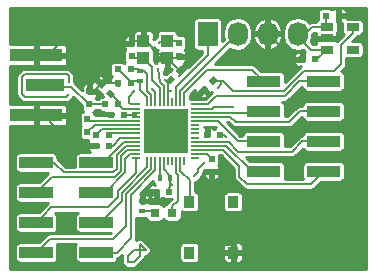
<source format=gtl>
G04 #@! TF.FileFunction,Copper,L1,Top,Signal*
%FSLAX46Y46*%
G04 Gerber Fmt 4.6, Leading zero omitted, Abs format (unit mm)*
G04 Created by KiCad (PCBNEW 4.0.5-e0-6337~49~ubuntu16.04.1) date Tue May  2 23:34:14 2017*
%MOMM*%
%LPD*%
G01*
G04 APERTURE LIST*
%ADD10C,0.100000*%
%ADD11R,0.600000X0.500000*%
%ADD12R,0.500000X0.600000*%
%ADD13R,0.800000X0.750000*%
%ADD14R,4.500000X1.100000*%
%ADD15R,3.200000X1.100000*%
%ADD16R,1.727200X2.032000*%
%ADD17O,1.727200X2.032000*%
%ADD18R,0.600000X0.400000*%
%ADD19R,0.400000X0.600000*%
%ADD20R,0.900000X1.000000*%
%ADD21R,1.000000X1.000000*%
%ADD22R,1.060000X0.650000*%
%ADD23R,0.175000X0.800000*%
%ADD24R,0.800000X0.175000*%
%ADD25R,3.700000X3.700000*%
%ADD26C,0.330200*%
%ADD27C,0.170688*%
%ADD28C,0.254000*%
G04 APERTURE END LIST*
D10*
D11*
X149540000Y-78820000D03*
X150640000Y-78820000D03*
X150630000Y-77660000D03*
X149530000Y-77660000D03*
X149600000Y-80600000D03*
X148500000Y-80600000D03*
D10*
G36*
X157634264Y-78172182D02*
X157987818Y-78525736D01*
X157563554Y-78950000D01*
X157210000Y-78596446D01*
X157634264Y-78172182D01*
X157634264Y-78172182D01*
G37*
G36*
X156856446Y-78950000D02*
X157210000Y-79303554D01*
X156785736Y-79727818D01*
X156432182Y-79374264D01*
X156856446Y-78950000D01*
X156856446Y-78950000D01*
G37*
D11*
X150090000Y-81490000D03*
X148990000Y-81490000D03*
X153890000Y-88000000D03*
X152790000Y-88000000D03*
D12*
X147130000Y-80610000D03*
X147130000Y-79510000D03*
X150720000Y-76520000D03*
X150720000Y-75420000D03*
X154690000Y-75430000D03*
X154690000Y-76530000D03*
X146960000Y-82980000D03*
X146960000Y-81880000D03*
D11*
X148800000Y-83220000D03*
X147700000Y-83220000D03*
D12*
X157510000Y-85200000D03*
X157510000Y-86300000D03*
D11*
X166270000Y-76790000D03*
X165170000Y-76790000D03*
X167140000Y-73110000D03*
X168240000Y-73110000D03*
X148800000Y-84100000D03*
X147700000Y-84100000D03*
D10*
G36*
X153995736Y-78927818D02*
X153642182Y-78574264D01*
X154066446Y-78150000D01*
X154420000Y-78503554D01*
X153995736Y-78927818D01*
X153995736Y-78927818D01*
G37*
G36*
X154773554Y-78150000D02*
X154420000Y-77796446D01*
X154844264Y-77372182D01*
X155197818Y-77725736D01*
X154773554Y-78150000D01*
X154773554Y-78150000D01*
G37*
D11*
X158210000Y-83200000D03*
X157110000Y-83200000D03*
D13*
X152660000Y-89770000D03*
X154160000Y-89770000D03*
D10*
G36*
X149307818Y-79704264D02*
X148954264Y-80057818D01*
X148530000Y-79633554D01*
X148883554Y-79280000D01*
X149307818Y-79704264D01*
X149307818Y-79704264D01*
G37*
G36*
X148530000Y-78926446D02*
X148176446Y-79280000D01*
X147752182Y-78855736D01*
X148105736Y-78502182D01*
X148530000Y-78926446D01*
X148530000Y-78926446D01*
G37*
D14*
X142650000Y-76460000D03*
D15*
X143400000Y-79000000D03*
D14*
X142650000Y-81540000D03*
D16*
X157150000Y-74650000D03*
D17*
X159690000Y-74650000D03*
X162230000Y-74650000D03*
X164770000Y-74650000D03*
D10*
G36*
X141220300Y-85057400D02*
X144039700Y-85057400D01*
X144039700Y-86022600D01*
X141220300Y-86022600D01*
X141220300Y-85057400D01*
X141220300Y-85057400D01*
G37*
G36*
X146300300Y-85057400D02*
X149119700Y-85057400D01*
X149119700Y-86022600D01*
X146300300Y-86022600D01*
X146300300Y-85057400D01*
X146300300Y-85057400D01*
G37*
G36*
X141220300Y-87597400D02*
X144039700Y-87597400D01*
X144039700Y-88562600D01*
X141220300Y-88562600D01*
X141220300Y-87597400D01*
X141220300Y-87597400D01*
G37*
G36*
X146300300Y-87597400D02*
X149119700Y-87597400D01*
X149119700Y-88562600D01*
X146300300Y-88562600D01*
X146300300Y-87597400D01*
X146300300Y-87597400D01*
G37*
G36*
X141220300Y-90137400D02*
X144039700Y-90137400D01*
X144039700Y-91102600D01*
X141220300Y-91102600D01*
X141220300Y-90137400D01*
X141220300Y-90137400D01*
G37*
G36*
X146300300Y-90137400D02*
X149119700Y-90137400D01*
X149119700Y-91102600D01*
X146300300Y-91102600D01*
X146300300Y-90137400D01*
X146300300Y-90137400D01*
G37*
G36*
X141220300Y-92677400D02*
X144039700Y-92677400D01*
X144039700Y-93642600D01*
X141220300Y-93642600D01*
X141220300Y-92677400D01*
X141220300Y-92677400D01*
G37*
G36*
X146300300Y-92677400D02*
X149119700Y-92677400D01*
X149119700Y-93642600D01*
X146300300Y-93642600D01*
X146300300Y-92677400D01*
X146300300Y-92677400D01*
G37*
G36*
X160480300Y-78187400D02*
X163299700Y-78187400D01*
X163299700Y-79152600D01*
X160480300Y-79152600D01*
X160480300Y-78187400D01*
X160480300Y-78187400D01*
G37*
G36*
X165560300Y-78187400D02*
X168379700Y-78187400D01*
X168379700Y-79152600D01*
X165560300Y-79152600D01*
X165560300Y-78187400D01*
X165560300Y-78187400D01*
G37*
G36*
X160480300Y-80727400D02*
X163299700Y-80727400D01*
X163299700Y-81692600D01*
X160480300Y-81692600D01*
X160480300Y-80727400D01*
X160480300Y-80727400D01*
G37*
G36*
X165560300Y-80727400D02*
X168379700Y-80727400D01*
X168379700Y-81692600D01*
X165560300Y-81692600D01*
X165560300Y-80727400D01*
X165560300Y-80727400D01*
G37*
G36*
X160480300Y-83267400D02*
X163299700Y-83267400D01*
X163299700Y-84232600D01*
X160480300Y-84232600D01*
X160480300Y-83267400D01*
X160480300Y-83267400D01*
G37*
G36*
X165560300Y-83267400D02*
X168379700Y-83267400D01*
X168379700Y-84232600D01*
X165560300Y-84232600D01*
X165560300Y-83267400D01*
X165560300Y-83267400D01*
G37*
G36*
X160480300Y-85807400D02*
X163299700Y-85807400D01*
X163299700Y-86772600D01*
X160480300Y-86772600D01*
X160480300Y-85807400D01*
X160480300Y-85807400D01*
G37*
G36*
X165560300Y-85807400D02*
X168379700Y-85807400D01*
X168379700Y-86772600D01*
X165560300Y-86772600D01*
X165560300Y-85807400D01*
X165560300Y-85807400D01*
G37*
D18*
X151460000Y-77760000D03*
X151460000Y-78660000D03*
D19*
X154000000Y-86830000D03*
X153100000Y-86830000D03*
D18*
X151600000Y-88780000D03*
X151600000Y-89680000D03*
D20*
X155600000Y-93160000D03*
X155600000Y-88860000D03*
X159300000Y-93160000D03*
X159300000Y-88860000D03*
D21*
X151710000Y-75210000D03*
X151710000Y-76710000D03*
X153710000Y-76710000D03*
X153710000Y-75210000D03*
D22*
X167230000Y-74070000D03*
X167230000Y-75020000D03*
X167230000Y-75970000D03*
X169430000Y-75970000D03*
X169430000Y-74070000D03*
D23*
X155185000Y-80400000D03*
X154835000Y-80400000D03*
X154485000Y-80400000D03*
X154135000Y-80400000D03*
X153785000Y-80400000D03*
X153435000Y-80400000D03*
X153085000Y-80400000D03*
X152735000Y-80400000D03*
X152385000Y-80400000D03*
X152035000Y-80400000D03*
D24*
X156110000Y-85175000D03*
X156110000Y-84825000D03*
X156110000Y-84475000D03*
X156110000Y-84125000D03*
X156110000Y-83775000D03*
X156110000Y-83425000D03*
X156110000Y-83075000D03*
X156110000Y-82725000D03*
X156110000Y-82375000D03*
X156110000Y-82025000D03*
X156110000Y-81675000D03*
X156110000Y-81325000D03*
X156110000Y-80975000D03*
X156110000Y-80625000D03*
X151110000Y-80625000D03*
X151110000Y-80975000D03*
X151110000Y-81325000D03*
X151110000Y-81675000D03*
X151110000Y-82025000D03*
X151110000Y-82375000D03*
X151110000Y-82725000D03*
X151110000Y-83075000D03*
X151110000Y-83425000D03*
X151110000Y-83775000D03*
X151110000Y-84125000D03*
X151110000Y-84475000D03*
X151110000Y-84825000D03*
X151110000Y-85175000D03*
D23*
X152035000Y-85400000D03*
X152385000Y-85400000D03*
X152735000Y-85400000D03*
X153085000Y-85400000D03*
X153435000Y-85400000D03*
X153785000Y-85400000D03*
X154135000Y-85400000D03*
X154485000Y-85400000D03*
X154835000Y-85400000D03*
X155185000Y-85400000D03*
D25*
X153610000Y-82900000D03*
D26*
X158650000Y-92430000D03*
X152230000Y-88330000D03*
X147020000Y-83920000D03*
X157020000Y-82810000D03*
X144090000Y-82340000D03*
X146350000Y-76380000D03*
X148380000Y-81310000D03*
X147930000Y-79860000D03*
X155450000Y-76780000D03*
X154730000Y-78180000D03*
X156070000Y-80030000D03*
X153610000Y-82900000D03*
X154910000Y-81560000D03*
X152110000Y-81490000D03*
X152140000Y-84450000D03*
X154960000Y-84440000D03*
X156800000Y-86410000D03*
X164580000Y-76610000D03*
X166410000Y-75070000D03*
X152540000Y-75920000D03*
X153710000Y-77660000D03*
X158670000Y-83350000D03*
X157710000Y-80810000D03*
X159320000Y-80820000D03*
X156860000Y-85590000D03*
X155970000Y-86690000D03*
X154170000Y-87470000D03*
X149730000Y-83490000D03*
X150560000Y-81510000D03*
X150480000Y-80540000D03*
X150950000Y-79500000D03*
X153540000Y-78550000D03*
X152480000Y-79290000D03*
X157990000Y-79220000D03*
X154040000Y-79470000D03*
X152960000Y-77580000D03*
X153020000Y-75430000D03*
D27*
X145370000Y-78700000D02*
X145370000Y-78200000D01*
X145130000Y-79970000D02*
X145400000Y-79700000D01*
X141660000Y-79970000D02*
X145130000Y-79970000D01*
X141430000Y-79740000D02*
X141660000Y-79970000D01*
X141430000Y-78300000D02*
X141430000Y-79740000D01*
X141650000Y-78080000D02*
X141430000Y-78300000D01*
X145250000Y-78080000D02*
X141650000Y-78080000D01*
X145370000Y-78200000D02*
X145250000Y-78080000D01*
X150368000Y-93472000D02*
X150368000Y-93980000D01*
X150876000Y-92964000D02*
X150368000Y-93472000D01*
X151892000Y-92964000D02*
X150876000Y-92964000D01*
X151384000Y-92456000D02*
X151892000Y-92964000D01*
X151384000Y-92964000D02*
X151384000Y-92456000D01*
X151384000Y-93472000D02*
X151384000Y-92964000D01*
X150876000Y-93980000D02*
X151384000Y-93472000D01*
X150368000Y-93980000D02*
X150876000Y-93980000D01*
X159330000Y-93130000D02*
X159330000Y-92510000D01*
X158730000Y-92510000D02*
X158650000Y-92430000D01*
X159330000Y-92510000D02*
X158730000Y-92510000D01*
X159330000Y-93130000D02*
X159300000Y-93160000D01*
X152330000Y-88460000D02*
X152330000Y-88430000D01*
X152330000Y-88430000D02*
X152230000Y-88330000D01*
X151600000Y-88780000D02*
X152010000Y-88780000D01*
X152010000Y-88780000D02*
X152330000Y-88460000D01*
X152330000Y-88460000D02*
X152790000Y-88000000D01*
X147700000Y-84100000D02*
X147200000Y-84100000D01*
X147200000Y-84100000D02*
X147020000Y-83920000D01*
X157110000Y-83200000D02*
X157110000Y-82900000D01*
X157110000Y-82900000D02*
X157020000Y-82810000D01*
X143440000Y-81670000D02*
X143440000Y-81690000D01*
X143440000Y-81690000D02*
X144090000Y-82340000D01*
X146840000Y-75420000D02*
X146840000Y-75890000D01*
X146840000Y-75890000D02*
X146350000Y-76380000D01*
X149020000Y-81560000D02*
X148630000Y-81560000D01*
X148630000Y-81560000D02*
X148380000Y-81310000D01*
X147580000Y-79510000D02*
X147522182Y-79510000D01*
X147930000Y-79860000D02*
X147580000Y-79510000D01*
X150720000Y-75420000D02*
X146840000Y-75420000D01*
X146840000Y-75420000D02*
X144610000Y-75420000D01*
X144610000Y-75420000D02*
X143440000Y-76590000D01*
X143440000Y-76590000D02*
X145840000Y-76590000D01*
X145840000Y-76590000D02*
X148141091Y-78891091D01*
X147130000Y-79510000D02*
X147522182Y-79510000D01*
X147522182Y-79510000D02*
X148141091Y-78891091D01*
X149540000Y-78820000D02*
X148212182Y-78820000D01*
X148212182Y-78820000D02*
X148141091Y-78891091D01*
X154690000Y-76530000D02*
X155200000Y-76530000D01*
X155200000Y-76530000D02*
X155450000Y-76780000D01*
X154818909Y-77661091D02*
X154818909Y-78091091D01*
X154818909Y-78091091D02*
X154730000Y-78180000D01*
X156861091Y-79448909D02*
X156651091Y-79448909D01*
X156651091Y-79448909D02*
X156070000Y-80030000D01*
X154910000Y-81560000D02*
X153610000Y-82860000D01*
X153610000Y-82860000D02*
X153610000Y-82900000D01*
X152110000Y-81490000D02*
X153520000Y-82900000D01*
X153520000Y-82900000D02*
X153610000Y-82900000D01*
X152140000Y-84450000D02*
X153610000Y-82980000D01*
X153610000Y-82980000D02*
X153610000Y-82900000D01*
X157510000Y-86300000D02*
X156910000Y-86300000D01*
X154960000Y-84440000D02*
X153610000Y-83090000D01*
X156910000Y-86300000D02*
X156800000Y-86410000D01*
X153610000Y-83090000D02*
X153610000Y-82900000D01*
X167230000Y-75020000D02*
X166460000Y-75020000D01*
X164400000Y-76790000D02*
X164370000Y-76790000D01*
X164580000Y-76610000D02*
X164400000Y-76790000D01*
X166460000Y-75020000D02*
X166410000Y-75070000D01*
X165170000Y-76790000D02*
X164370000Y-76790000D01*
X164370000Y-76790000D02*
X162230000Y-74650000D01*
X167230000Y-75020000D02*
X168020000Y-75020000D01*
X168240000Y-74800000D02*
X168240000Y-73110000D01*
X168020000Y-75020000D02*
X168240000Y-74800000D01*
X152475000Y-75735000D02*
X152425000Y-75805000D01*
X152425000Y-75805000D02*
X152540000Y-75920000D01*
X153710000Y-76710000D02*
X153710000Y-77660000D01*
X153710000Y-77660000D02*
X153680000Y-77690000D01*
X154818909Y-77661091D02*
X154661091Y-77661091D01*
X154661091Y-77661091D02*
X153710000Y-76710000D01*
X153710000Y-76710000D02*
X154510000Y-76710000D01*
X154510000Y-76710000D02*
X154690000Y-76530000D01*
X153710000Y-76710000D02*
X153450000Y-76710000D01*
X153450000Y-76710000D02*
X152475000Y-75735000D01*
X152475000Y-75735000D02*
X151950000Y-75210000D01*
X151950000Y-75210000D02*
X151710000Y-75210000D01*
X151710000Y-75210000D02*
X150930000Y-75210000D01*
X150930000Y-75210000D02*
X150720000Y-75420000D01*
X152035000Y-80400000D02*
X152035000Y-80005000D01*
X152035000Y-80005000D02*
X151460000Y-79430000D01*
X151460000Y-79430000D02*
X151460000Y-78660000D01*
X149530000Y-77660000D02*
X149550000Y-77660000D01*
X149550000Y-77660000D02*
X150640000Y-78750000D01*
X150640000Y-78750000D02*
X150640000Y-78820000D01*
X151460000Y-78660000D02*
X150800000Y-78660000D01*
X150800000Y-78660000D02*
X150640000Y-78820000D01*
X152385000Y-80400000D02*
X152385000Y-79805000D01*
X152030000Y-78040000D02*
X151750000Y-77760000D01*
X152030000Y-79450000D02*
X152030000Y-78040000D01*
X152385000Y-79805000D02*
X152030000Y-79450000D01*
X151750000Y-77760000D02*
X151460000Y-77760000D01*
X150630000Y-77660000D02*
X151360000Y-77660000D01*
X151360000Y-77660000D02*
X151460000Y-77760000D01*
X149600000Y-80600000D02*
X149600000Y-80350000D01*
X149600000Y-80350000D02*
X148918909Y-79668909D01*
X151110000Y-80975000D02*
X149975000Y-80975000D01*
X149975000Y-80975000D02*
X149600000Y-80600000D01*
X147130000Y-80610000D02*
X147070000Y-80610000D01*
X147070000Y-80610000D02*
X145590000Y-79130000D01*
X145590000Y-79130000D02*
X143440000Y-79130000D01*
X148500000Y-80600000D02*
X147140000Y-80600000D01*
X147140000Y-80600000D02*
X147130000Y-80610000D01*
X148800000Y-84100000D02*
X149120000Y-84100000D01*
X149120000Y-84100000D02*
X149730000Y-83490000D01*
X158210000Y-83200000D02*
X158520000Y-83200000D01*
X158520000Y-83200000D02*
X158670000Y-83350000D01*
X156110000Y-80975000D02*
X157545000Y-80975000D01*
X157545000Y-80975000D02*
X157710000Y-80810000D01*
X154000000Y-86830000D02*
X154000000Y-87300000D01*
X159310000Y-80810000D02*
X157710000Y-80810000D01*
X159320000Y-80820000D02*
X159310000Y-80810000D01*
X156330000Y-86120000D02*
X156860000Y-85590000D01*
X156330000Y-86330000D02*
X156330000Y-86120000D01*
X155970000Y-86690000D02*
X156330000Y-86330000D01*
X154000000Y-87300000D02*
X154170000Y-87470000D01*
X151110000Y-83425000D02*
X149795000Y-83425000D01*
X149795000Y-83425000D02*
X149730000Y-83490000D01*
X150515000Y-80485000D02*
X150515000Y-80505000D01*
X150480000Y-80540000D02*
X150515000Y-80505000D01*
X151110000Y-81510000D02*
X150560000Y-81510000D01*
X150560000Y-81510000D02*
X150290000Y-81510000D01*
X150290000Y-81510000D02*
X150250000Y-81550000D01*
X151110000Y-81675000D02*
X151110000Y-81510000D01*
X151110000Y-81510000D02*
X151110000Y-81325000D01*
X150655000Y-80625000D02*
X151110000Y-80625000D01*
X150500000Y-80470000D02*
X150515000Y-80485000D01*
X150515000Y-80485000D02*
X150655000Y-80625000D01*
X150500000Y-79950000D02*
X150500000Y-80470000D01*
X150950000Y-79500000D02*
X150500000Y-79950000D01*
X158310000Y-78671091D02*
X158310000Y-78900000D01*
X158310000Y-78900000D02*
X157990000Y-79220000D01*
X153776378Y-79480000D02*
X153785000Y-79480000D01*
X154040000Y-79470000D02*
X154030000Y-79480000D01*
X154030000Y-79480000D02*
X153776378Y-79480000D01*
X157638909Y-78671091D02*
X158310000Y-78671091D01*
X158310000Y-78671091D02*
X158491091Y-78671091D01*
X169430000Y-74570000D02*
X169430000Y-74070000D01*
X168420000Y-75580000D02*
X169430000Y-74570000D01*
X168420000Y-77200000D02*
X168420000Y-75580000D01*
X167860000Y-77760000D02*
X168420000Y-77200000D01*
X165290000Y-77760000D02*
X167860000Y-77760000D01*
X163610000Y-79440000D02*
X165290000Y-77760000D01*
X159260000Y-79440000D02*
X163610000Y-79440000D01*
X158491091Y-78671091D02*
X159260000Y-79440000D01*
X153890000Y-88000000D02*
X153890000Y-87690000D01*
X154000000Y-87580000D02*
X154000000Y-86830000D01*
X153890000Y-87690000D02*
X154000000Y-87580000D01*
X154000000Y-86830000D02*
X154000000Y-86690000D01*
X154000000Y-86690000D02*
X153435000Y-86125000D01*
X153435000Y-86125000D02*
X153435000Y-85400000D01*
X169630000Y-73830000D02*
X169630000Y-74030000D01*
X153785000Y-78800000D02*
X153785000Y-78695000D01*
X153785000Y-78695000D02*
X154041091Y-78438909D01*
X153785000Y-80400000D02*
X153785000Y-79480000D01*
X153785000Y-79480000D02*
X153785000Y-78800000D01*
X153785000Y-78800000D02*
X153785000Y-78795000D01*
X153785000Y-78795000D02*
X153540000Y-78550000D01*
X152735000Y-80400000D02*
X152735000Y-79545000D01*
X152735000Y-79545000D02*
X152480000Y-79290000D01*
X166270000Y-76790000D02*
X166410000Y-76790000D01*
X166410000Y-76790000D02*
X167230000Y-75970000D01*
X164770000Y-74650000D02*
X164770000Y-74880000D01*
X164770000Y-74880000D02*
X165860000Y-75970000D01*
X165860000Y-75970000D02*
X167230000Y-75970000D01*
X167140000Y-73110000D02*
X167140000Y-73980000D01*
X167140000Y-73980000D02*
X167230000Y-74070000D01*
X164770000Y-74650000D02*
X165380000Y-74650000D01*
X165380000Y-74650000D02*
X165960000Y-74070000D01*
X165960000Y-74070000D02*
X167230000Y-74070000D01*
X151600000Y-89680000D02*
X152570000Y-89680000D01*
X152570000Y-89680000D02*
X152660000Y-89770000D01*
X151110000Y-82375000D02*
X150275000Y-82375000D01*
X147588622Y-82351378D02*
X146960000Y-82980000D01*
X150251378Y-82351378D02*
X147588622Y-82351378D01*
X150275000Y-82375000D02*
X150251378Y-82351378D01*
X151110000Y-82025000D02*
X150375000Y-82025000D01*
X150360000Y-82010000D02*
X147090000Y-82010000D01*
X150375000Y-82025000D02*
X150360000Y-82010000D01*
X147090000Y-82010000D02*
X146960000Y-81880000D01*
X151110000Y-83075000D02*
X150025000Y-83075000D01*
X150000000Y-83050000D02*
X148970000Y-83050000D01*
X150025000Y-83075000D02*
X150000000Y-83050000D01*
X148970000Y-83050000D02*
X148800000Y-83220000D01*
X151110000Y-82725000D02*
X150132244Y-82725000D01*
X148220000Y-82700000D02*
X147700000Y-83220000D01*
X150107244Y-82700000D02*
X148220000Y-82700000D01*
X150132244Y-82725000D02*
X150107244Y-82700000D01*
X151105000Y-82730000D02*
X151110000Y-82725000D01*
X154160000Y-89770000D02*
X154160000Y-89250000D01*
X154160000Y-89250000D02*
X154640000Y-88770000D01*
X154640000Y-88820000D02*
X154640000Y-88770000D01*
X154640000Y-88770000D02*
X154640000Y-86590000D01*
X154640000Y-86590000D02*
X154485000Y-86435000D01*
X154485000Y-86435000D02*
X154485000Y-85400000D01*
X154485000Y-80400000D02*
X154485000Y-79135000D01*
X157150000Y-76470000D02*
X157150000Y-74650000D01*
X154485000Y-79135000D02*
X157150000Y-76470000D01*
X154835000Y-80400000D02*
X154835000Y-79475000D01*
X154835000Y-79475000D02*
X159660000Y-74650000D01*
X159660000Y-74650000D02*
X159690000Y-74650000D01*
X159690000Y-74740000D02*
X159690000Y-74650000D01*
X151110000Y-84125000D02*
X150217782Y-84125000D01*
X144150000Y-85540000D02*
X142630000Y-85540000D01*
X144990000Y-86380000D02*
X144150000Y-85540000D01*
X149160000Y-86380000D02*
X144990000Y-86380000D01*
X149460000Y-86080000D02*
X149160000Y-86380000D01*
X149460000Y-84882782D02*
X149460000Y-86080000D01*
X150217782Y-84125000D02*
X149460000Y-84882782D01*
X151110000Y-83775000D02*
X150085000Y-83775000D01*
X150085000Y-83775000D02*
X148320000Y-85540000D01*
X148320000Y-85540000D02*
X147710000Y-85540000D01*
X151110000Y-84475000D02*
X150350564Y-84475000D01*
X143988622Y-86721378D02*
X142630000Y-88080000D01*
X149301404Y-86721378D02*
X143988622Y-86721378D01*
X149801378Y-86221404D02*
X149301404Y-86721378D01*
X149801378Y-85024186D02*
X149801378Y-86221404D01*
X150350564Y-84475000D02*
X149801378Y-85024186D01*
X147710000Y-88080000D02*
X148425564Y-88080000D01*
X148425564Y-88080000D02*
X150142756Y-86362808D01*
X150142756Y-86362808D02*
X150142756Y-85257244D01*
X150142756Y-85257244D02*
X150575000Y-84825000D01*
X150575000Y-84825000D02*
X151110000Y-84825000D01*
X143183310Y-90066690D02*
X142630000Y-90620000D01*
X149559253Y-87937953D02*
X149559253Y-88485147D01*
X151110000Y-86387206D02*
X149559253Y-87937953D01*
X148724400Y-89320000D02*
X143930000Y-89320000D01*
X143930000Y-89320000D02*
X143183310Y-90066690D01*
X149559253Y-88485147D02*
X148724400Y-89320000D01*
X151110000Y-85175000D02*
X151110000Y-86387206D01*
X147710000Y-90620000D02*
X148062782Y-90620000D01*
X149900640Y-88079360D02*
X152035000Y-85945000D01*
X148062782Y-90620000D02*
X149900640Y-88782142D01*
X149900640Y-88782142D02*
X149900640Y-88079360D01*
X152035000Y-85945000D02*
X152035000Y-85400000D01*
X152385000Y-85400000D02*
X152385000Y-86077782D01*
X143790000Y-92000000D02*
X142630000Y-93160000D01*
X149150000Y-92000000D02*
X143790000Y-92000000D01*
X150242018Y-90907982D02*
X149150000Y-92000000D01*
X150242018Y-88220764D02*
X150242018Y-90907982D01*
X152385000Y-86077782D02*
X150242018Y-88220764D01*
X152735000Y-85400000D02*
X152735000Y-86210564D01*
X149440000Y-93160000D02*
X147710000Y-93160000D01*
X150650000Y-91950000D02*
X149440000Y-93160000D01*
X150650000Y-88295564D02*
X150650000Y-91950000D01*
X152735000Y-86210564D02*
X150650000Y-88295564D01*
X155185000Y-80400000D02*
X155185000Y-79635000D01*
X160910000Y-77690000D02*
X161890000Y-78670000D01*
X157130000Y-77690000D02*
X160910000Y-77690000D01*
X155185000Y-79635000D02*
X157130000Y-77690000D01*
X157850000Y-79920000D02*
X157145000Y-80625000D01*
X163660000Y-79920000D02*
X157850000Y-79920000D01*
X166970000Y-78670000D02*
X164910000Y-78670000D01*
X157145000Y-80625000D02*
X156110000Y-80625000D01*
X164910000Y-78670000D02*
X163660000Y-79920000D01*
X156110000Y-81325000D02*
X161775000Y-81325000D01*
X161775000Y-81325000D02*
X161890000Y-81210000D01*
X156110000Y-81675000D02*
X159085000Y-81675000D01*
X164960000Y-81210000D02*
X166970000Y-81210000D01*
X164070000Y-82100000D02*
X164960000Y-81210000D01*
X159510000Y-82100000D02*
X164070000Y-82100000D01*
X159085000Y-81675000D02*
X159510000Y-82100000D01*
X156110000Y-82025000D02*
X158005000Y-82025000D01*
X159730000Y-83750000D02*
X161890000Y-83750000D01*
X158005000Y-82025000D02*
X159730000Y-83750000D01*
X156110000Y-83775000D02*
X158925000Y-83775000D01*
X165180000Y-83750000D02*
X166970000Y-83750000D01*
X164320000Y-84610000D02*
X165180000Y-83750000D01*
X159760000Y-84610000D02*
X164320000Y-84610000D01*
X158925000Y-83775000D02*
X159760000Y-84610000D01*
X161890000Y-86290000D02*
X160910000Y-86290000D01*
X160910000Y-86290000D02*
X158745000Y-84125000D01*
X158745000Y-84125000D02*
X156110000Y-84125000D01*
X156110000Y-84475000D02*
X158455000Y-84475000D01*
X165890000Y-87370000D02*
X166970000Y-86290000D01*
X160460000Y-87370000D02*
X165890000Y-87370000D01*
X159840000Y-86750000D02*
X160460000Y-87370000D01*
X159840000Y-85860000D02*
X159840000Y-86750000D01*
X158455000Y-84475000D02*
X159840000Y-85860000D01*
X153100000Y-86830000D02*
X153100000Y-86390000D01*
X153085000Y-86375000D02*
X153085000Y-85400000D01*
X153100000Y-86390000D02*
X153085000Y-86375000D01*
X155630000Y-88190000D02*
X155630000Y-88830000D01*
X155630000Y-88830000D02*
X155600000Y-88860000D01*
X155630000Y-88210000D02*
X155630000Y-88190000D01*
X155630000Y-88190000D02*
X155630000Y-87050000D01*
X154835000Y-86255000D02*
X154835000Y-85400000D01*
X155630000Y-87050000D02*
X154835000Y-86255000D01*
X156110000Y-84825000D02*
X157135000Y-84825000D01*
X157135000Y-84825000D02*
X157510000Y-85200000D01*
X153085000Y-80400000D02*
X153085000Y-79245000D01*
X152420000Y-78310000D02*
X152420000Y-77420000D01*
X152420000Y-77420000D02*
X151710000Y-76710000D01*
X152420000Y-78580000D02*
X152420000Y-78310000D01*
X153085000Y-79245000D02*
X152420000Y-78580000D01*
X151710000Y-76710000D02*
X150910000Y-76710000D01*
X150910000Y-76710000D02*
X150720000Y-76520000D01*
X152960000Y-77580000D02*
X153090000Y-78720000D01*
X153240000Y-75210000D02*
X153020000Y-75430000D01*
X153435000Y-79065000D02*
X153435000Y-80400000D01*
X153090000Y-78720000D02*
X153435000Y-79065000D01*
X153240000Y-75210000D02*
X153710000Y-75210000D01*
X153710000Y-75210000D02*
X154470000Y-75210000D01*
X154470000Y-75210000D02*
X154690000Y-75430000D01*
D28*
G36*
X170544000Y-94544000D02*
X140456000Y-94544000D01*
X140456000Y-85057400D01*
X140831836Y-85057400D01*
X140831836Y-86022600D01*
X140858403Y-86163790D01*
X140941846Y-86293465D01*
X141069166Y-86380459D01*
X141220300Y-86411064D01*
X143639426Y-86411064D01*
X142841554Y-87208936D01*
X141220300Y-87208936D01*
X141079110Y-87235503D01*
X140949435Y-87318946D01*
X140862441Y-87446266D01*
X140831836Y-87597400D01*
X140831836Y-88562600D01*
X140858403Y-88703790D01*
X140941846Y-88833465D01*
X141069166Y-88920459D01*
X141220300Y-88951064D01*
X143658883Y-88951064D01*
X143600245Y-88990245D01*
X142841554Y-89748936D01*
X141220300Y-89748936D01*
X141079110Y-89775503D01*
X140949435Y-89858946D01*
X140862441Y-89986266D01*
X140831836Y-90137400D01*
X140831836Y-91102600D01*
X140858403Y-91243790D01*
X140941846Y-91373465D01*
X141069166Y-91460459D01*
X141220300Y-91491064D01*
X144039700Y-91491064D01*
X144180890Y-91464497D01*
X144310565Y-91381054D01*
X144397559Y-91253734D01*
X144428164Y-91102600D01*
X144428164Y-90137400D01*
X144401597Y-89996210D01*
X144318154Y-89866535D01*
X144200791Y-89786344D01*
X146142262Y-89786344D01*
X146029435Y-89858946D01*
X145942441Y-89986266D01*
X145911836Y-90137400D01*
X145911836Y-91102600D01*
X145938403Y-91243790D01*
X146021846Y-91373465D01*
X146149166Y-91460459D01*
X146300300Y-91491064D01*
X148999426Y-91491064D01*
X148956834Y-91533656D01*
X143790000Y-91533656D01*
X143611538Y-91569154D01*
X143460245Y-91670245D01*
X142841554Y-92288936D01*
X141220300Y-92288936D01*
X141079110Y-92315503D01*
X140949435Y-92398946D01*
X140862441Y-92526266D01*
X140831836Y-92677400D01*
X140831836Y-93642600D01*
X140858403Y-93783790D01*
X140941846Y-93913465D01*
X141069166Y-94000459D01*
X141220300Y-94031064D01*
X144039700Y-94031064D01*
X144180890Y-94004497D01*
X144310565Y-93921054D01*
X144397559Y-93793734D01*
X144428164Y-93642600D01*
X144428164Y-92677400D01*
X144401597Y-92536210D01*
X144356640Y-92466344D01*
X145983384Y-92466344D01*
X145942441Y-92526266D01*
X145911836Y-92677400D01*
X145911836Y-93642600D01*
X145938403Y-93783790D01*
X146021846Y-93913465D01*
X146149166Y-94000459D01*
X146300300Y-94031064D01*
X149119700Y-94031064D01*
X149260890Y-94004497D01*
X149390565Y-93921054D01*
X149477559Y-93793734D01*
X149508164Y-93642600D01*
X149508164Y-93612785D01*
X149618462Y-93590846D01*
X149769755Y-93489755D01*
X149929998Y-93329512D01*
X149901656Y-93472000D01*
X149901656Y-93980000D01*
X149937154Y-94158462D01*
X150038245Y-94309755D01*
X150189538Y-94410846D01*
X150368000Y-94446344D01*
X150876000Y-94446344D01*
X151054462Y-94410846D01*
X151205755Y-94309755D01*
X151713755Y-93801755D01*
X151814845Y-93650463D01*
X151814846Y-93650462D01*
X151850344Y-93472000D01*
X151850344Y-93430344D01*
X151892000Y-93430344D01*
X152070462Y-93394846D01*
X152221755Y-93293755D01*
X152322846Y-93142462D01*
X152358344Y-92964000D01*
X152322846Y-92785538D01*
X152238964Y-92660000D01*
X154761536Y-92660000D01*
X154761536Y-93660000D01*
X154788103Y-93801190D01*
X154871546Y-93930865D01*
X154998866Y-94017859D01*
X155150000Y-94048464D01*
X156050000Y-94048464D01*
X156191190Y-94021897D01*
X156320865Y-93938454D01*
X156407859Y-93811134D01*
X156438464Y-93660000D01*
X156438464Y-93382250D01*
X158469000Y-93382250D01*
X158469000Y-93735786D01*
X158527004Y-93875820D01*
X158634181Y-93982996D01*
X158774215Y-94041000D01*
X159077750Y-94041000D01*
X159173000Y-93945750D01*
X159173000Y-93287000D01*
X159427000Y-93287000D01*
X159427000Y-93945750D01*
X159522250Y-94041000D01*
X159825785Y-94041000D01*
X159965819Y-93982996D01*
X160072996Y-93875820D01*
X160131000Y-93735786D01*
X160131000Y-93382250D01*
X160035750Y-93287000D01*
X159427000Y-93287000D01*
X159173000Y-93287000D01*
X158564250Y-93287000D01*
X158469000Y-93382250D01*
X156438464Y-93382250D01*
X156438464Y-92660000D01*
X156424204Y-92584214D01*
X158469000Y-92584214D01*
X158469000Y-92937750D01*
X158564250Y-93033000D01*
X159173000Y-93033000D01*
X159173000Y-92374250D01*
X159427000Y-92374250D01*
X159427000Y-93033000D01*
X160035750Y-93033000D01*
X160131000Y-92937750D01*
X160131000Y-92584214D01*
X160072996Y-92444180D01*
X159965819Y-92337004D01*
X159825785Y-92279000D01*
X159522250Y-92279000D01*
X159427000Y-92374250D01*
X159173000Y-92374250D01*
X159077750Y-92279000D01*
X158774215Y-92279000D01*
X158634181Y-92337004D01*
X158527004Y-92444180D01*
X158469000Y-92584214D01*
X156424204Y-92584214D01*
X156411897Y-92518810D01*
X156328454Y-92389135D01*
X156201134Y-92302141D01*
X156050000Y-92271536D01*
X155150000Y-92271536D01*
X155008810Y-92298103D01*
X154879135Y-92381546D01*
X154792141Y-92508866D01*
X154761536Y-92660000D01*
X152238964Y-92660000D01*
X152221755Y-92634245D01*
X151713755Y-92126245D01*
X151562462Y-92025154D01*
X151384000Y-91989656D01*
X151205538Y-92025154D01*
X151085432Y-92105406D01*
X151116344Y-91950000D01*
X151116344Y-90215638D01*
X151148866Y-90237859D01*
X151300000Y-90268464D01*
X151894768Y-90268464D01*
X151898103Y-90286190D01*
X151981546Y-90415865D01*
X152108866Y-90502859D01*
X152260000Y-90533464D01*
X153060000Y-90533464D01*
X153201190Y-90506897D01*
X153330865Y-90423454D01*
X153410980Y-90306202D01*
X153481546Y-90415865D01*
X153608866Y-90502859D01*
X153760000Y-90533464D01*
X154560000Y-90533464D01*
X154701190Y-90506897D01*
X154830865Y-90423454D01*
X154917859Y-90296134D01*
X154948464Y-90145000D01*
X154948464Y-89683421D01*
X154998866Y-89717859D01*
X155150000Y-89748464D01*
X156050000Y-89748464D01*
X156191190Y-89721897D01*
X156320865Y-89638454D01*
X156407859Y-89511134D01*
X156438464Y-89360000D01*
X156438464Y-88360000D01*
X158461536Y-88360000D01*
X158461536Y-89360000D01*
X158488103Y-89501190D01*
X158571546Y-89630865D01*
X158698866Y-89717859D01*
X158850000Y-89748464D01*
X159750000Y-89748464D01*
X159891190Y-89721897D01*
X160020865Y-89638454D01*
X160107859Y-89511134D01*
X160138464Y-89360000D01*
X160138464Y-88360000D01*
X160111897Y-88218810D01*
X160028454Y-88089135D01*
X159901134Y-88002141D01*
X159750000Y-87971536D01*
X158850000Y-87971536D01*
X158708810Y-87998103D01*
X158579135Y-88081546D01*
X158492141Y-88208866D01*
X158461536Y-88360000D01*
X156438464Y-88360000D01*
X156411897Y-88218810D01*
X156328454Y-88089135D01*
X156201134Y-88002141D01*
X156096344Y-87980921D01*
X156096344Y-87228677D01*
X156278937Y-87153231D01*
X156432691Y-86999745D01*
X156512879Y-86806631D01*
X156659755Y-86659755D01*
X156751633Y-86522250D01*
X156879000Y-86522250D01*
X156879000Y-86675786D01*
X156937004Y-86815820D01*
X157044181Y-86922996D01*
X157184215Y-86981000D01*
X157289750Y-86981000D01*
X157385000Y-86885750D01*
X157385000Y-86427000D01*
X157635000Y-86427000D01*
X157635000Y-86885750D01*
X157730250Y-86981000D01*
X157835785Y-86981000D01*
X157975819Y-86922996D01*
X158082996Y-86815820D01*
X158141000Y-86675786D01*
X158141000Y-86522250D01*
X158045750Y-86427000D01*
X157635000Y-86427000D01*
X157385000Y-86427000D01*
X156974250Y-86427000D01*
X156879000Y-86522250D01*
X156751633Y-86522250D01*
X156760846Y-86508462D01*
X156796344Y-86330000D01*
X156796344Y-86313166D01*
X156955380Y-86154130D01*
X156974250Y-86173000D01*
X157385000Y-86173000D01*
X157385000Y-86153000D01*
X157635000Y-86153000D01*
X157635000Y-86173000D01*
X158045750Y-86173000D01*
X158141000Y-86077750D01*
X158141000Y-85924214D01*
X158082996Y-85784180D01*
X158049702Y-85750886D01*
X158117859Y-85651134D01*
X158148464Y-85500000D01*
X158148464Y-84941344D01*
X158261834Y-84941344D01*
X159373656Y-86053166D01*
X159373656Y-86750000D01*
X159409154Y-86928462D01*
X159510245Y-87079755D01*
X160130245Y-87699755D01*
X160281537Y-87800846D01*
X160460000Y-87836344D01*
X165890000Y-87836344D01*
X166068462Y-87800846D01*
X166219755Y-87699755D01*
X166758446Y-87161064D01*
X168379700Y-87161064D01*
X168520890Y-87134497D01*
X168650565Y-87051054D01*
X168737559Y-86923734D01*
X168768164Y-86772600D01*
X168768164Y-85807400D01*
X168741597Y-85666210D01*
X168658154Y-85536535D01*
X168530834Y-85449541D01*
X168379700Y-85418936D01*
X165560300Y-85418936D01*
X165419110Y-85445503D01*
X165289435Y-85528946D01*
X165202441Y-85656266D01*
X165171836Y-85807400D01*
X165171836Y-86772600D01*
X165196496Y-86903656D01*
X163661625Y-86903656D01*
X163688164Y-86772600D01*
X163688164Y-85807400D01*
X163661597Y-85666210D01*
X163578154Y-85536535D01*
X163450834Y-85449541D01*
X163299700Y-85418936D01*
X160698446Y-85418936D01*
X160355854Y-85076344D01*
X164320000Y-85076344D01*
X164498462Y-85040846D01*
X164649755Y-84939755D01*
X165205183Y-84384327D01*
X165281846Y-84503465D01*
X165409166Y-84590459D01*
X165560300Y-84621064D01*
X168379700Y-84621064D01*
X168520890Y-84594497D01*
X168650565Y-84511054D01*
X168737559Y-84383734D01*
X168768164Y-84232600D01*
X168768164Y-83267400D01*
X168741597Y-83126210D01*
X168658154Y-82996535D01*
X168530834Y-82909541D01*
X168379700Y-82878936D01*
X165560300Y-82878936D01*
X165419110Y-82905503D01*
X165289435Y-82988946D01*
X165202441Y-83116266D01*
X165171836Y-83267400D01*
X165171836Y-83285280D01*
X165001538Y-83319154D01*
X164850245Y-83420245D01*
X164126834Y-84143656D01*
X163688164Y-84143656D01*
X163688164Y-83267400D01*
X163661597Y-83126210D01*
X163578154Y-82996535D01*
X163450834Y-82909541D01*
X163299700Y-82878936D01*
X160480300Y-82878936D01*
X160339110Y-82905503D01*
X160209435Y-82988946D01*
X160122441Y-83116266D01*
X160091836Y-83267400D01*
X160091836Y-83283656D01*
X159923166Y-83283656D01*
X158780854Y-82141344D01*
X158891834Y-82141344D01*
X159180245Y-82429755D01*
X159331538Y-82530846D01*
X159510000Y-82566344D01*
X164070000Y-82566344D01*
X164248462Y-82530846D01*
X164399755Y-82429755D01*
X165153166Y-81676344D01*
X165171836Y-81676344D01*
X165171836Y-81692600D01*
X165198403Y-81833790D01*
X165281846Y-81963465D01*
X165409166Y-82050459D01*
X165560300Y-82081064D01*
X168379700Y-82081064D01*
X168520890Y-82054497D01*
X168650565Y-81971054D01*
X168737559Y-81843734D01*
X168768164Y-81692600D01*
X168768164Y-80727400D01*
X168741597Y-80586210D01*
X168658154Y-80456535D01*
X168530834Y-80369541D01*
X168379700Y-80338936D01*
X165560300Y-80338936D01*
X165419110Y-80365503D01*
X165289435Y-80448946D01*
X165202441Y-80576266D01*
X165171836Y-80727400D01*
X165171836Y-80743656D01*
X164960000Y-80743656D01*
X164781538Y-80779154D01*
X164630245Y-80880245D01*
X163876834Y-81633656D01*
X163688164Y-81633656D01*
X163688164Y-80727400D01*
X163661597Y-80586210D01*
X163578154Y-80456535D01*
X163475426Y-80386344D01*
X163660000Y-80386344D01*
X163838462Y-80350846D01*
X163989755Y-80249755D01*
X165103166Y-79136344D01*
X165171836Y-79136344D01*
X165171836Y-79152600D01*
X165198403Y-79293790D01*
X165281846Y-79423465D01*
X165409166Y-79510459D01*
X165560300Y-79541064D01*
X168379700Y-79541064D01*
X168520890Y-79514497D01*
X168650565Y-79431054D01*
X168737559Y-79303734D01*
X168768164Y-79152600D01*
X168768164Y-78187400D01*
X168741597Y-78046210D01*
X168658154Y-77916535D01*
X168530834Y-77829541D01*
X168463587Y-77815923D01*
X168749755Y-77529755D01*
X168850846Y-77378462D01*
X168886344Y-77200000D01*
X168886344Y-76680699D01*
X168900000Y-76683464D01*
X169960000Y-76683464D01*
X170101190Y-76656897D01*
X170230865Y-76573454D01*
X170317859Y-76446134D01*
X170348464Y-76295000D01*
X170348464Y-75645000D01*
X170321897Y-75503810D01*
X170238454Y-75374135D01*
X170111134Y-75287141D01*
X169960000Y-75256536D01*
X169402974Y-75256536D01*
X169759755Y-74899755D01*
X169837458Y-74783464D01*
X169960000Y-74783464D01*
X170101190Y-74756897D01*
X170230865Y-74673454D01*
X170317859Y-74546134D01*
X170348464Y-74395000D01*
X170348464Y-73745000D01*
X170321897Y-73603810D01*
X170238454Y-73474135D01*
X170111134Y-73387141D01*
X169960000Y-73356536D01*
X168921000Y-73356536D01*
X168921000Y-73330250D01*
X168825750Y-73235000D01*
X168367000Y-73235000D01*
X168367000Y-73645750D01*
X168462250Y-73741000D01*
X168512346Y-73741000D01*
X168511536Y-73745000D01*
X168511536Y-74395000D01*
X168538103Y-74536190D01*
X168621546Y-74665865D01*
X168653079Y-74687411D01*
X168119620Y-75220870D01*
X168045750Y-75147000D01*
X167357000Y-75147000D01*
X167357000Y-75167000D01*
X167103000Y-75167000D01*
X167103000Y-75147000D01*
X166414250Y-75147000D01*
X166319000Y-75242250D01*
X166319000Y-75420785D01*
X166346580Y-75487369D01*
X166342141Y-75493866D01*
X166340159Y-75503656D01*
X166053166Y-75503656D01*
X165894108Y-75344598D01*
X165919860Y-75306057D01*
X166014600Y-74829769D01*
X166014600Y-74674910D01*
X166153166Y-74536344D01*
X166338202Y-74536344D01*
X166347403Y-74550643D01*
X166319000Y-74619215D01*
X166319000Y-74797750D01*
X166414250Y-74893000D01*
X167103000Y-74893000D01*
X167103000Y-74873000D01*
X167357000Y-74873000D01*
X167357000Y-74893000D01*
X168045750Y-74893000D01*
X168141000Y-74797750D01*
X168141000Y-74619215D01*
X168113420Y-74552631D01*
X168117859Y-74546134D01*
X168148464Y-74395000D01*
X168148464Y-73745000D01*
X168121897Y-73603810D01*
X168113000Y-73589984D01*
X168113000Y-73235000D01*
X168093000Y-73235000D01*
X168093000Y-72985000D01*
X168113000Y-72985000D01*
X168113000Y-72574250D01*
X168367000Y-72574250D01*
X168367000Y-72985000D01*
X168825750Y-72985000D01*
X168921000Y-72889750D01*
X168921000Y-72784215D01*
X168862996Y-72644181D01*
X168755820Y-72537004D01*
X168615786Y-72479000D01*
X168462250Y-72479000D01*
X168367000Y-72574250D01*
X168113000Y-72574250D01*
X168017750Y-72479000D01*
X167864214Y-72479000D01*
X167724180Y-72537004D01*
X167690886Y-72570298D01*
X167591134Y-72502141D01*
X167440000Y-72471536D01*
X166840000Y-72471536D01*
X166698810Y-72498103D01*
X166569135Y-72581546D01*
X166482141Y-72708866D01*
X166451536Y-72860000D01*
X166451536Y-73360000D01*
X166467000Y-73442181D01*
X166429135Y-73466546D01*
X166342141Y-73593866D01*
X166340159Y-73603656D01*
X165960000Y-73603656D01*
X165781538Y-73639154D01*
X165713275Y-73684766D01*
X165650065Y-73590166D01*
X165246288Y-73320371D01*
X164770000Y-73225631D01*
X164293712Y-73320371D01*
X163889935Y-73590166D01*
X163620140Y-73993943D01*
X163525400Y-74470231D01*
X163525400Y-74829769D01*
X163620140Y-75306057D01*
X163889935Y-75709834D01*
X164293712Y-75979629D01*
X164770000Y-76074369D01*
X165216120Y-75985630D01*
X165390870Y-76160380D01*
X165297000Y-76254250D01*
X165297000Y-76665000D01*
X165317000Y-76665000D01*
X165317000Y-76915000D01*
X165297000Y-76915000D01*
X165297000Y-76937000D01*
X165043000Y-76937000D01*
X165043000Y-76915000D01*
X164584250Y-76915000D01*
X164489000Y-77010250D01*
X164489000Y-77115785D01*
X164547004Y-77255819D01*
X164654180Y-77362996D01*
X164794214Y-77421000D01*
X164947750Y-77421000D01*
X165042998Y-77325752D01*
X165042998Y-77374951D01*
X164960245Y-77430245D01*
X163688164Y-78702326D01*
X163688164Y-78187400D01*
X163661597Y-78046210D01*
X163578154Y-77916535D01*
X163450834Y-77829541D01*
X163299700Y-77798936D01*
X161678446Y-77798936D01*
X161239755Y-77360245D01*
X161088462Y-77259154D01*
X160910000Y-77223656D01*
X157745854Y-77223656D01*
X158505295Y-76464215D01*
X164489000Y-76464215D01*
X164489000Y-76569750D01*
X164584250Y-76665000D01*
X165043000Y-76665000D01*
X165043000Y-76254250D01*
X164947750Y-76159000D01*
X164794214Y-76159000D01*
X164654180Y-76217004D01*
X164547004Y-76324181D01*
X164489000Y-76464215D01*
X158505295Y-76464215D01*
X159079535Y-75889975D01*
X159213712Y-75979629D01*
X159690000Y-76074369D01*
X160166288Y-75979629D01*
X160570065Y-75709834D01*
X160839860Y-75306057D01*
X160906265Y-74972213D01*
X160995473Y-74972213D01*
X161154430Y-75431720D01*
X161477133Y-75795419D01*
X161910882Y-76005393D01*
X162103000Y-75944712D01*
X162103000Y-74777000D01*
X162357000Y-74777000D01*
X162357000Y-75944712D01*
X162549118Y-76005393D01*
X162982867Y-75795419D01*
X163305570Y-75431720D01*
X163464527Y-74972213D01*
X163380643Y-74777000D01*
X162357000Y-74777000D01*
X162103000Y-74777000D01*
X161079357Y-74777000D01*
X160995473Y-74972213D01*
X160906265Y-74972213D01*
X160934600Y-74829769D01*
X160934600Y-74470231D01*
X160906266Y-74327787D01*
X160995473Y-74327787D01*
X161079357Y-74523000D01*
X162103000Y-74523000D01*
X162103000Y-73355288D01*
X162357000Y-73355288D01*
X162357000Y-74523000D01*
X163380643Y-74523000D01*
X163464527Y-74327787D01*
X163305570Y-73868280D01*
X162982867Y-73504581D01*
X162549118Y-73294607D01*
X162357000Y-73355288D01*
X162103000Y-73355288D01*
X161910882Y-73294607D01*
X161477133Y-73504581D01*
X161154430Y-73868280D01*
X160995473Y-74327787D01*
X160906266Y-74327787D01*
X160839860Y-73993943D01*
X160570065Y-73590166D01*
X160166288Y-73320371D01*
X159690000Y-73225631D01*
X159213712Y-73320371D01*
X158809935Y-73590166D01*
X158540140Y-73993943D01*
X158445400Y-74470231D01*
X158445400Y-74829769D01*
X158507670Y-75142820D01*
X158402064Y-75248426D01*
X158402064Y-73634000D01*
X158375497Y-73492810D01*
X158292054Y-73363135D01*
X158164734Y-73276141D01*
X158013600Y-73245536D01*
X156286400Y-73245536D01*
X156145210Y-73272103D01*
X156015535Y-73355546D01*
X155928541Y-73482866D01*
X155897936Y-73634000D01*
X155897936Y-75666000D01*
X155924503Y-75807190D01*
X156007946Y-75936865D01*
X156135266Y-76023859D01*
X156286400Y-76054464D01*
X156683656Y-76054464D01*
X156683656Y-76276834D01*
X155485694Y-77474796D01*
X155431898Y-77421000D01*
X155446189Y-77435292D01*
X155311485Y-77435292D01*
X154987100Y-77759677D01*
X155002657Y-77775234D01*
X154823052Y-77954839D01*
X154807495Y-77939282D01*
X154793353Y-77953425D01*
X154616576Y-77776648D01*
X154630718Y-77762505D01*
X154615162Y-77746949D01*
X154794767Y-77567344D01*
X154810323Y-77582900D01*
X155134708Y-77258515D01*
X155134708Y-77161740D01*
X155155819Y-77152996D01*
X155159856Y-77148959D01*
X155163894Y-77152996D01*
X155159857Y-77148959D01*
X155262996Y-77045820D01*
X155321000Y-76905786D01*
X155321000Y-76752250D01*
X155225750Y-76657000D01*
X154815000Y-76657000D01*
X154815000Y-76677000D01*
X154565000Y-76677000D01*
X154565000Y-76657000D01*
X154543000Y-76657000D01*
X154543000Y-76535750D01*
X154591000Y-76487750D01*
X154591000Y-76383000D01*
X154815000Y-76383000D01*
X154815000Y-76403000D01*
X155225750Y-76403000D01*
X155321000Y-76307750D01*
X155321000Y-76154214D01*
X155262996Y-76014180D01*
X155229702Y-75980886D01*
X155297859Y-75881134D01*
X155328464Y-75730000D01*
X155328464Y-75130000D01*
X155301897Y-74988810D01*
X155218454Y-74859135D01*
X155091134Y-74772141D01*
X154940000Y-74741536D01*
X154598464Y-74741536D01*
X154598464Y-74710000D01*
X154571897Y-74568810D01*
X154488454Y-74439135D01*
X154361134Y-74352141D01*
X154210000Y-74321536D01*
X153210000Y-74321536D01*
X153068810Y-74348103D01*
X152939135Y-74431546D01*
X152852141Y-74558866D01*
X152821536Y-74710000D01*
X152821536Y-74921122D01*
X152711063Y-74966769D01*
X152591000Y-75086623D01*
X152591000Y-75082998D01*
X152495752Y-75082998D01*
X152591000Y-74987750D01*
X152591000Y-74634215D01*
X152532996Y-74494181D01*
X152425820Y-74387004D01*
X152285786Y-74329000D01*
X151932250Y-74329000D01*
X151837000Y-74424250D01*
X151837000Y-75083000D01*
X151857000Y-75083000D01*
X151857000Y-75337000D01*
X151837000Y-75337000D01*
X151837000Y-75357000D01*
X151583000Y-75357000D01*
X151583000Y-75337000D01*
X151351000Y-75337000D01*
X151351000Y-75292998D01*
X151255752Y-75292998D01*
X151351000Y-75197750D01*
X151351000Y-75083000D01*
X151583000Y-75083000D01*
X151583000Y-74424250D01*
X151487750Y-74329000D01*
X151134214Y-74329000D01*
X150994180Y-74387004D01*
X150887004Y-74494181D01*
X150829000Y-74634215D01*
X150829000Y-74987750D01*
X150845000Y-75003750D01*
X150845000Y-75293000D01*
X150867000Y-75293000D01*
X150867000Y-75394250D01*
X150829000Y-75432250D01*
X150829000Y-75567000D01*
X150595000Y-75567000D01*
X150595000Y-75547000D01*
X150184250Y-75547000D01*
X150089000Y-75642250D01*
X150089000Y-75795786D01*
X150147004Y-75935820D01*
X150180298Y-75969114D01*
X150112141Y-76068866D01*
X150081536Y-76220000D01*
X150081536Y-76820000D01*
X150108103Y-76961190D01*
X150171286Y-77059379D01*
X150078814Y-77118883D01*
X149981134Y-77052141D01*
X149830000Y-77021536D01*
X149230000Y-77021536D01*
X149088810Y-77048103D01*
X148959135Y-77131546D01*
X148872141Y-77258866D01*
X148841536Y-77410000D01*
X148841536Y-77910000D01*
X148868103Y-78051190D01*
X148951546Y-78180865D01*
X149039224Y-78240773D01*
X149024180Y-78247004D01*
X148917004Y-78354181D01*
X148859000Y-78494215D01*
X148859000Y-78599750D01*
X148952248Y-78692998D01*
X148859000Y-78692998D01*
X148859000Y-78725122D01*
X148852996Y-78710627D01*
X148744430Y-78602061D01*
X148609726Y-78602061D01*
X148319282Y-78892505D01*
X148333425Y-78906648D01*
X148156648Y-79083425D01*
X148142505Y-79069282D01*
X148126949Y-79084839D01*
X147947344Y-78905234D01*
X147962900Y-78889677D01*
X147638515Y-78565292D01*
X147503811Y-78565292D01*
X147536363Y-78532739D01*
X147429186Y-78639916D01*
X147371183Y-78779950D01*
X147371183Y-78829000D01*
X147350250Y-78829000D01*
X147255000Y-78924250D01*
X147255000Y-79383000D01*
X147665750Y-79383000D01*
X147703191Y-79345559D01*
X147784711Y-79427079D01*
X147852061Y-79359729D01*
X147852061Y-79494430D01*
X147960627Y-79602996D01*
X148100661Y-79661000D01*
X148147747Y-79661000D01*
X148170088Y-79779730D01*
X148255314Y-79908240D01*
X148308610Y-79961536D01*
X148200000Y-79961536D01*
X148058810Y-79988103D01*
X147929135Y-80071546D01*
X147886697Y-80133656D01*
X147719276Y-80133656D01*
X147670680Y-80058135D01*
X147702996Y-80025820D01*
X147761000Y-79885786D01*
X147761000Y-79732250D01*
X147665750Y-79637000D01*
X147255000Y-79637000D01*
X147255000Y-79657000D01*
X147005000Y-79657000D01*
X147005000Y-79637000D01*
X146983000Y-79637000D01*
X146983000Y-79383000D01*
X147005000Y-79383000D01*
X147005000Y-78924250D01*
X146909750Y-78829000D01*
X146804215Y-78829000D01*
X146664181Y-78887004D01*
X146557004Y-78994180D01*
X146499000Y-79134214D01*
X146499000Y-79287750D01*
X146594248Y-79382998D01*
X146502508Y-79382998D01*
X145919755Y-78800245D01*
X145828529Y-78739290D01*
X145836344Y-78700000D01*
X145836344Y-78286363D01*
X147782739Y-78286363D01*
X147815292Y-78253811D01*
X147815292Y-78388515D01*
X148139677Y-78712900D01*
X148430121Y-78422456D01*
X148430121Y-78287752D01*
X148321555Y-78179186D01*
X148181521Y-78121182D01*
X148029950Y-78121183D01*
X147889916Y-78179186D01*
X147782739Y-78286363D01*
X145836344Y-78286363D01*
X145836344Y-78200000D01*
X145800846Y-78021538D01*
X145699755Y-77870245D01*
X145579755Y-77750245D01*
X145428462Y-77649154D01*
X145250000Y-77613656D01*
X141650000Y-77613656D01*
X141471538Y-77649154D01*
X141320245Y-77750245D01*
X141100245Y-77970245D01*
X140999154Y-78121538D01*
X140963656Y-78300000D01*
X140963656Y-79740000D01*
X140999154Y-79918462D01*
X141100245Y-80069755D01*
X141330245Y-80299755D01*
X141481537Y-80400846D01*
X141660000Y-80436344D01*
X145130000Y-80436344D01*
X145308462Y-80400846D01*
X145459755Y-80299755D01*
X145729755Y-80029755D01*
X145770006Y-79969516D01*
X146491536Y-80691046D01*
X146491536Y-80910000D01*
X146518103Y-81051190D01*
X146601546Y-81180865D01*
X146637209Y-81205233D01*
X146568810Y-81218103D01*
X146439135Y-81301546D01*
X146352141Y-81428866D01*
X146321536Y-81580000D01*
X146321536Y-82180000D01*
X146348103Y-82321190D01*
X146418883Y-82431186D01*
X146352141Y-82528866D01*
X146321536Y-82680000D01*
X146321536Y-83280000D01*
X146348103Y-83421190D01*
X146431546Y-83550865D01*
X146558866Y-83637859D01*
X146710000Y-83668464D01*
X147062804Y-83668464D01*
X147019000Y-83774215D01*
X147019000Y-83879750D01*
X147114250Y-83975000D01*
X147573000Y-83975000D01*
X147573000Y-83953000D01*
X147827000Y-83953000D01*
X147827000Y-83975000D01*
X147847000Y-83975000D01*
X147847000Y-84225000D01*
X147827000Y-84225000D01*
X147827000Y-84247000D01*
X147573000Y-84247000D01*
X147573000Y-84225000D01*
X147114250Y-84225000D01*
X147019000Y-84320250D01*
X147019000Y-84425785D01*
X147077004Y-84565819D01*
X147180120Y-84668936D01*
X146300300Y-84668936D01*
X146159110Y-84695503D01*
X146029435Y-84778946D01*
X145942441Y-84906266D01*
X145911836Y-85057400D01*
X145911836Y-85913656D01*
X145183166Y-85913656D01*
X144479755Y-85210245D01*
X144428164Y-85175773D01*
X144428164Y-85057400D01*
X144401597Y-84916210D01*
X144318154Y-84786535D01*
X144190834Y-84699541D01*
X144039700Y-84668936D01*
X141220300Y-84668936D01*
X141079110Y-84695503D01*
X140949435Y-84778946D01*
X140862441Y-84906266D01*
X140831836Y-85057400D01*
X140456000Y-85057400D01*
X140456000Y-82471000D01*
X142427750Y-82471000D01*
X142523000Y-82375750D01*
X142523000Y-81667000D01*
X142777000Y-81667000D01*
X142777000Y-82375750D01*
X142872250Y-82471000D01*
X144975785Y-82471000D01*
X145115819Y-82412996D01*
X145222996Y-82305820D01*
X145281000Y-82165786D01*
X145281000Y-81762250D01*
X145185750Y-81667000D01*
X142777000Y-81667000D01*
X142523000Y-81667000D01*
X142503000Y-81667000D01*
X142503000Y-81413000D01*
X142523000Y-81413000D01*
X142523000Y-80704250D01*
X142777000Y-80704250D01*
X142777000Y-81413000D01*
X145185750Y-81413000D01*
X145281000Y-81317750D01*
X145281000Y-80914214D01*
X145222996Y-80774180D01*
X145115819Y-80667004D01*
X144975785Y-80609000D01*
X142872250Y-80609000D01*
X142777000Y-80704250D01*
X142523000Y-80704250D01*
X142427750Y-80609000D01*
X140456000Y-80609000D01*
X140456000Y-77391000D01*
X142427750Y-77391000D01*
X142523000Y-77295750D01*
X142523000Y-76587000D01*
X142777000Y-76587000D01*
X142777000Y-77295750D01*
X142872250Y-77391000D01*
X144975785Y-77391000D01*
X145115819Y-77332996D01*
X145222996Y-77225820D01*
X145281000Y-77085786D01*
X145281000Y-76682250D01*
X145185750Y-76587000D01*
X142777000Y-76587000D01*
X142523000Y-76587000D01*
X142503000Y-76587000D01*
X142503000Y-76333000D01*
X142523000Y-76333000D01*
X142523000Y-75624250D01*
X142777000Y-75624250D01*
X142777000Y-76333000D01*
X145185750Y-76333000D01*
X145281000Y-76237750D01*
X145281000Y-75834214D01*
X145222996Y-75694180D01*
X145115819Y-75587004D01*
X144975785Y-75529000D01*
X142872250Y-75529000D01*
X142777000Y-75624250D01*
X142523000Y-75624250D01*
X142427750Y-75529000D01*
X140456000Y-75529000D01*
X140456000Y-75044214D01*
X150089000Y-75044214D01*
X150089000Y-75197750D01*
X150184250Y-75293000D01*
X150595000Y-75293000D01*
X150595000Y-74834250D01*
X150499750Y-74739000D01*
X150394215Y-74739000D01*
X150254181Y-74797004D01*
X150147004Y-74904180D01*
X150089000Y-75044214D01*
X140456000Y-75044214D01*
X140456000Y-72456000D01*
X170544000Y-72456000D01*
X170544000Y-94544000D01*
X170544000Y-94544000D01*
G37*
X170544000Y-94544000D02*
X140456000Y-94544000D01*
X140456000Y-85057400D01*
X140831836Y-85057400D01*
X140831836Y-86022600D01*
X140858403Y-86163790D01*
X140941846Y-86293465D01*
X141069166Y-86380459D01*
X141220300Y-86411064D01*
X143639426Y-86411064D01*
X142841554Y-87208936D01*
X141220300Y-87208936D01*
X141079110Y-87235503D01*
X140949435Y-87318946D01*
X140862441Y-87446266D01*
X140831836Y-87597400D01*
X140831836Y-88562600D01*
X140858403Y-88703790D01*
X140941846Y-88833465D01*
X141069166Y-88920459D01*
X141220300Y-88951064D01*
X143658883Y-88951064D01*
X143600245Y-88990245D01*
X142841554Y-89748936D01*
X141220300Y-89748936D01*
X141079110Y-89775503D01*
X140949435Y-89858946D01*
X140862441Y-89986266D01*
X140831836Y-90137400D01*
X140831836Y-91102600D01*
X140858403Y-91243790D01*
X140941846Y-91373465D01*
X141069166Y-91460459D01*
X141220300Y-91491064D01*
X144039700Y-91491064D01*
X144180890Y-91464497D01*
X144310565Y-91381054D01*
X144397559Y-91253734D01*
X144428164Y-91102600D01*
X144428164Y-90137400D01*
X144401597Y-89996210D01*
X144318154Y-89866535D01*
X144200791Y-89786344D01*
X146142262Y-89786344D01*
X146029435Y-89858946D01*
X145942441Y-89986266D01*
X145911836Y-90137400D01*
X145911836Y-91102600D01*
X145938403Y-91243790D01*
X146021846Y-91373465D01*
X146149166Y-91460459D01*
X146300300Y-91491064D01*
X148999426Y-91491064D01*
X148956834Y-91533656D01*
X143790000Y-91533656D01*
X143611538Y-91569154D01*
X143460245Y-91670245D01*
X142841554Y-92288936D01*
X141220300Y-92288936D01*
X141079110Y-92315503D01*
X140949435Y-92398946D01*
X140862441Y-92526266D01*
X140831836Y-92677400D01*
X140831836Y-93642600D01*
X140858403Y-93783790D01*
X140941846Y-93913465D01*
X141069166Y-94000459D01*
X141220300Y-94031064D01*
X144039700Y-94031064D01*
X144180890Y-94004497D01*
X144310565Y-93921054D01*
X144397559Y-93793734D01*
X144428164Y-93642600D01*
X144428164Y-92677400D01*
X144401597Y-92536210D01*
X144356640Y-92466344D01*
X145983384Y-92466344D01*
X145942441Y-92526266D01*
X145911836Y-92677400D01*
X145911836Y-93642600D01*
X145938403Y-93783790D01*
X146021846Y-93913465D01*
X146149166Y-94000459D01*
X146300300Y-94031064D01*
X149119700Y-94031064D01*
X149260890Y-94004497D01*
X149390565Y-93921054D01*
X149477559Y-93793734D01*
X149508164Y-93642600D01*
X149508164Y-93612785D01*
X149618462Y-93590846D01*
X149769755Y-93489755D01*
X149929998Y-93329512D01*
X149901656Y-93472000D01*
X149901656Y-93980000D01*
X149937154Y-94158462D01*
X150038245Y-94309755D01*
X150189538Y-94410846D01*
X150368000Y-94446344D01*
X150876000Y-94446344D01*
X151054462Y-94410846D01*
X151205755Y-94309755D01*
X151713755Y-93801755D01*
X151814845Y-93650463D01*
X151814846Y-93650462D01*
X151850344Y-93472000D01*
X151850344Y-93430344D01*
X151892000Y-93430344D01*
X152070462Y-93394846D01*
X152221755Y-93293755D01*
X152322846Y-93142462D01*
X152358344Y-92964000D01*
X152322846Y-92785538D01*
X152238964Y-92660000D01*
X154761536Y-92660000D01*
X154761536Y-93660000D01*
X154788103Y-93801190D01*
X154871546Y-93930865D01*
X154998866Y-94017859D01*
X155150000Y-94048464D01*
X156050000Y-94048464D01*
X156191190Y-94021897D01*
X156320865Y-93938454D01*
X156407859Y-93811134D01*
X156438464Y-93660000D01*
X156438464Y-93382250D01*
X158469000Y-93382250D01*
X158469000Y-93735786D01*
X158527004Y-93875820D01*
X158634181Y-93982996D01*
X158774215Y-94041000D01*
X159077750Y-94041000D01*
X159173000Y-93945750D01*
X159173000Y-93287000D01*
X159427000Y-93287000D01*
X159427000Y-93945750D01*
X159522250Y-94041000D01*
X159825785Y-94041000D01*
X159965819Y-93982996D01*
X160072996Y-93875820D01*
X160131000Y-93735786D01*
X160131000Y-93382250D01*
X160035750Y-93287000D01*
X159427000Y-93287000D01*
X159173000Y-93287000D01*
X158564250Y-93287000D01*
X158469000Y-93382250D01*
X156438464Y-93382250D01*
X156438464Y-92660000D01*
X156424204Y-92584214D01*
X158469000Y-92584214D01*
X158469000Y-92937750D01*
X158564250Y-93033000D01*
X159173000Y-93033000D01*
X159173000Y-92374250D01*
X159427000Y-92374250D01*
X159427000Y-93033000D01*
X160035750Y-93033000D01*
X160131000Y-92937750D01*
X160131000Y-92584214D01*
X160072996Y-92444180D01*
X159965819Y-92337004D01*
X159825785Y-92279000D01*
X159522250Y-92279000D01*
X159427000Y-92374250D01*
X159173000Y-92374250D01*
X159077750Y-92279000D01*
X158774215Y-92279000D01*
X158634181Y-92337004D01*
X158527004Y-92444180D01*
X158469000Y-92584214D01*
X156424204Y-92584214D01*
X156411897Y-92518810D01*
X156328454Y-92389135D01*
X156201134Y-92302141D01*
X156050000Y-92271536D01*
X155150000Y-92271536D01*
X155008810Y-92298103D01*
X154879135Y-92381546D01*
X154792141Y-92508866D01*
X154761536Y-92660000D01*
X152238964Y-92660000D01*
X152221755Y-92634245D01*
X151713755Y-92126245D01*
X151562462Y-92025154D01*
X151384000Y-91989656D01*
X151205538Y-92025154D01*
X151085432Y-92105406D01*
X151116344Y-91950000D01*
X151116344Y-90215638D01*
X151148866Y-90237859D01*
X151300000Y-90268464D01*
X151894768Y-90268464D01*
X151898103Y-90286190D01*
X151981546Y-90415865D01*
X152108866Y-90502859D01*
X152260000Y-90533464D01*
X153060000Y-90533464D01*
X153201190Y-90506897D01*
X153330865Y-90423454D01*
X153410980Y-90306202D01*
X153481546Y-90415865D01*
X153608866Y-90502859D01*
X153760000Y-90533464D01*
X154560000Y-90533464D01*
X154701190Y-90506897D01*
X154830865Y-90423454D01*
X154917859Y-90296134D01*
X154948464Y-90145000D01*
X154948464Y-89683421D01*
X154998866Y-89717859D01*
X155150000Y-89748464D01*
X156050000Y-89748464D01*
X156191190Y-89721897D01*
X156320865Y-89638454D01*
X156407859Y-89511134D01*
X156438464Y-89360000D01*
X156438464Y-88360000D01*
X158461536Y-88360000D01*
X158461536Y-89360000D01*
X158488103Y-89501190D01*
X158571546Y-89630865D01*
X158698866Y-89717859D01*
X158850000Y-89748464D01*
X159750000Y-89748464D01*
X159891190Y-89721897D01*
X160020865Y-89638454D01*
X160107859Y-89511134D01*
X160138464Y-89360000D01*
X160138464Y-88360000D01*
X160111897Y-88218810D01*
X160028454Y-88089135D01*
X159901134Y-88002141D01*
X159750000Y-87971536D01*
X158850000Y-87971536D01*
X158708810Y-87998103D01*
X158579135Y-88081546D01*
X158492141Y-88208866D01*
X158461536Y-88360000D01*
X156438464Y-88360000D01*
X156411897Y-88218810D01*
X156328454Y-88089135D01*
X156201134Y-88002141D01*
X156096344Y-87980921D01*
X156096344Y-87228677D01*
X156278937Y-87153231D01*
X156432691Y-86999745D01*
X156512879Y-86806631D01*
X156659755Y-86659755D01*
X156751633Y-86522250D01*
X156879000Y-86522250D01*
X156879000Y-86675786D01*
X156937004Y-86815820D01*
X157044181Y-86922996D01*
X157184215Y-86981000D01*
X157289750Y-86981000D01*
X157385000Y-86885750D01*
X157385000Y-86427000D01*
X157635000Y-86427000D01*
X157635000Y-86885750D01*
X157730250Y-86981000D01*
X157835785Y-86981000D01*
X157975819Y-86922996D01*
X158082996Y-86815820D01*
X158141000Y-86675786D01*
X158141000Y-86522250D01*
X158045750Y-86427000D01*
X157635000Y-86427000D01*
X157385000Y-86427000D01*
X156974250Y-86427000D01*
X156879000Y-86522250D01*
X156751633Y-86522250D01*
X156760846Y-86508462D01*
X156796344Y-86330000D01*
X156796344Y-86313166D01*
X156955380Y-86154130D01*
X156974250Y-86173000D01*
X157385000Y-86173000D01*
X157385000Y-86153000D01*
X157635000Y-86153000D01*
X157635000Y-86173000D01*
X158045750Y-86173000D01*
X158141000Y-86077750D01*
X158141000Y-85924214D01*
X158082996Y-85784180D01*
X158049702Y-85750886D01*
X158117859Y-85651134D01*
X158148464Y-85500000D01*
X158148464Y-84941344D01*
X158261834Y-84941344D01*
X159373656Y-86053166D01*
X159373656Y-86750000D01*
X159409154Y-86928462D01*
X159510245Y-87079755D01*
X160130245Y-87699755D01*
X160281537Y-87800846D01*
X160460000Y-87836344D01*
X165890000Y-87836344D01*
X166068462Y-87800846D01*
X166219755Y-87699755D01*
X166758446Y-87161064D01*
X168379700Y-87161064D01*
X168520890Y-87134497D01*
X168650565Y-87051054D01*
X168737559Y-86923734D01*
X168768164Y-86772600D01*
X168768164Y-85807400D01*
X168741597Y-85666210D01*
X168658154Y-85536535D01*
X168530834Y-85449541D01*
X168379700Y-85418936D01*
X165560300Y-85418936D01*
X165419110Y-85445503D01*
X165289435Y-85528946D01*
X165202441Y-85656266D01*
X165171836Y-85807400D01*
X165171836Y-86772600D01*
X165196496Y-86903656D01*
X163661625Y-86903656D01*
X163688164Y-86772600D01*
X163688164Y-85807400D01*
X163661597Y-85666210D01*
X163578154Y-85536535D01*
X163450834Y-85449541D01*
X163299700Y-85418936D01*
X160698446Y-85418936D01*
X160355854Y-85076344D01*
X164320000Y-85076344D01*
X164498462Y-85040846D01*
X164649755Y-84939755D01*
X165205183Y-84384327D01*
X165281846Y-84503465D01*
X165409166Y-84590459D01*
X165560300Y-84621064D01*
X168379700Y-84621064D01*
X168520890Y-84594497D01*
X168650565Y-84511054D01*
X168737559Y-84383734D01*
X168768164Y-84232600D01*
X168768164Y-83267400D01*
X168741597Y-83126210D01*
X168658154Y-82996535D01*
X168530834Y-82909541D01*
X168379700Y-82878936D01*
X165560300Y-82878936D01*
X165419110Y-82905503D01*
X165289435Y-82988946D01*
X165202441Y-83116266D01*
X165171836Y-83267400D01*
X165171836Y-83285280D01*
X165001538Y-83319154D01*
X164850245Y-83420245D01*
X164126834Y-84143656D01*
X163688164Y-84143656D01*
X163688164Y-83267400D01*
X163661597Y-83126210D01*
X163578154Y-82996535D01*
X163450834Y-82909541D01*
X163299700Y-82878936D01*
X160480300Y-82878936D01*
X160339110Y-82905503D01*
X160209435Y-82988946D01*
X160122441Y-83116266D01*
X160091836Y-83267400D01*
X160091836Y-83283656D01*
X159923166Y-83283656D01*
X158780854Y-82141344D01*
X158891834Y-82141344D01*
X159180245Y-82429755D01*
X159331538Y-82530846D01*
X159510000Y-82566344D01*
X164070000Y-82566344D01*
X164248462Y-82530846D01*
X164399755Y-82429755D01*
X165153166Y-81676344D01*
X165171836Y-81676344D01*
X165171836Y-81692600D01*
X165198403Y-81833790D01*
X165281846Y-81963465D01*
X165409166Y-82050459D01*
X165560300Y-82081064D01*
X168379700Y-82081064D01*
X168520890Y-82054497D01*
X168650565Y-81971054D01*
X168737559Y-81843734D01*
X168768164Y-81692600D01*
X168768164Y-80727400D01*
X168741597Y-80586210D01*
X168658154Y-80456535D01*
X168530834Y-80369541D01*
X168379700Y-80338936D01*
X165560300Y-80338936D01*
X165419110Y-80365503D01*
X165289435Y-80448946D01*
X165202441Y-80576266D01*
X165171836Y-80727400D01*
X165171836Y-80743656D01*
X164960000Y-80743656D01*
X164781538Y-80779154D01*
X164630245Y-80880245D01*
X163876834Y-81633656D01*
X163688164Y-81633656D01*
X163688164Y-80727400D01*
X163661597Y-80586210D01*
X163578154Y-80456535D01*
X163475426Y-80386344D01*
X163660000Y-80386344D01*
X163838462Y-80350846D01*
X163989755Y-80249755D01*
X165103166Y-79136344D01*
X165171836Y-79136344D01*
X165171836Y-79152600D01*
X165198403Y-79293790D01*
X165281846Y-79423465D01*
X165409166Y-79510459D01*
X165560300Y-79541064D01*
X168379700Y-79541064D01*
X168520890Y-79514497D01*
X168650565Y-79431054D01*
X168737559Y-79303734D01*
X168768164Y-79152600D01*
X168768164Y-78187400D01*
X168741597Y-78046210D01*
X168658154Y-77916535D01*
X168530834Y-77829541D01*
X168463587Y-77815923D01*
X168749755Y-77529755D01*
X168850846Y-77378462D01*
X168886344Y-77200000D01*
X168886344Y-76680699D01*
X168900000Y-76683464D01*
X169960000Y-76683464D01*
X170101190Y-76656897D01*
X170230865Y-76573454D01*
X170317859Y-76446134D01*
X170348464Y-76295000D01*
X170348464Y-75645000D01*
X170321897Y-75503810D01*
X170238454Y-75374135D01*
X170111134Y-75287141D01*
X169960000Y-75256536D01*
X169402974Y-75256536D01*
X169759755Y-74899755D01*
X169837458Y-74783464D01*
X169960000Y-74783464D01*
X170101190Y-74756897D01*
X170230865Y-74673454D01*
X170317859Y-74546134D01*
X170348464Y-74395000D01*
X170348464Y-73745000D01*
X170321897Y-73603810D01*
X170238454Y-73474135D01*
X170111134Y-73387141D01*
X169960000Y-73356536D01*
X168921000Y-73356536D01*
X168921000Y-73330250D01*
X168825750Y-73235000D01*
X168367000Y-73235000D01*
X168367000Y-73645750D01*
X168462250Y-73741000D01*
X168512346Y-73741000D01*
X168511536Y-73745000D01*
X168511536Y-74395000D01*
X168538103Y-74536190D01*
X168621546Y-74665865D01*
X168653079Y-74687411D01*
X168119620Y-75220870D01*
X168045750Y-75147000D01*
X167357000Y-75147000D01*
X167357000Y-75167000D01*
X167103000Y-75167000D01*
X167103000Y-75147000D01*
X166414250Y-75147000D01*
X166319000Y-75242250D01*
X166319000Y-75420785D01*
X166346580Y-75487369D01*
X166342141Y-75493866D01*
X166340159Y-75503656D01*
X166053166Y-75503656D01*
X165894108Y-75344598D01*
X165919860Y-75306057D01*
X166014600Y-74829769D01*
X166014600Y-74674910D01*
X166153166Y-74536344D01*
X166338202Y-74536344D01*
X166347403Y-74550643D01*
X166319000Y-74619215D01*
X166319000Y-74797750D01*
X166414250Y-74893000D01*
X167103000Y-74893000D01*
X167103000Y-74873000D01*
X167357000Y-74873000D01*
X167357000Y-74893000D01*
X168045750Y-74893000D01*
X168141000Y-74797750D01*
X168141000Y-74619215D01*
X168113420Y-74552631D01*
X168117859Y-74546134D01*
X168148464Y-74395000D01*
X168148464Y-73745000D01*
X168121897Y-73603810D01*
X168113000Y-73589984D01*
X168113000Y-73235000D01*
X168093000Y-73235000D01*
X168093000Y-72985000D01*
X168113000Y-72985000D01*
X168113000Y-72574250D01*
X168367000Y-72574250D01*
X168367000Y-72985000D01*
X168825750Y-72985000D01*
X168921000Y-72889750D01*
X168921000Y-72784215D01*
X168862996Y-72644181D01*
X168755820Y-72537004D01*
X168615786Y-72479000D01*
X168462250Y-72479000D01*
X168367000Y-72574250D01*
X168113000Y-72574250D01*
X168017750Y-72479000D01*
X167864214Y-72479000D01*
X167724180Y-72537004D01*
X167690886Y-72570298D01*
X167591134Y-72502141D01*
X167440000Y-72471536D01*
X166840000Y-72471536D01*
X166698810Y-72498103D01*
X166569135Y-72581546D01*
X166482141Y-72708866D01*
X166451536Y-72860000D01*
X166451536Y-73360000D01*
X166467000Y-73442181D01*
X166429135Y-73466546D01*
X166342141Y-73593866D01*
X166340159Y-73603656D01*
X165960000Y-73603656D01*
X165781538Y-73639154D01*
X165713275Y-73684766D01*
X165650065Y-73590166D01*
X165246288Y-73320371D01*
X164770000Y-73225631D01*
X164293712Y-73320371D01*
X163889935Y-73590166D01*
X163620140Y-73993943D01*
X163525400Y-74470231D01*
X163525400Y-74829769D01*
X163620140Y-75306057D01*
X163889935Y-75709834D01*
X164293712Y-75979629D01*
X164770000Y-76074369D01*
X165216120Y-75985630D01*
X165390870Y-76160380D01*
X165297000Y-76254250D01*
X165297000Y-76665000D01*
X165317000Y-76665000D01*
X165317000Y-76915000D01*
X165297000Y-76915000D01*
X165297000Y-76937000D01*
X165043000Y-76937000D01*
X165043000Y-76915000D01*
X164584250Y-76915000D01*
X164489000Y-77010250D01*
X164489000Y-77115785D01*
X164547004Y-77255819D01*
X164654180Y-77362996D01*
X164794214Y-77421000D01*
X164947750Y-77421000D01*
X165042998Y-77325752D01*
X165042998Y-77374951D01*
X164960245Y-77430245D01*
X163688164Y-78702326D01*
X163688164Y-78187400D01*
X163661597Y-78046210D01*
X163578154Y-77916535D01*
X163450834Y-77829541D01*
X163299700Y-77798936D01*
X161678446Y-77798936D01*
X161239755Y-77360245D01*
X161088462Y-77259154D01*
X160910000Y-77223656D01*
X157745854Y-77223656D01*
X158505295Y-76464215D01*
X164489000Y-76464215D01*
X164489000Y-76569750D01*
X164584250Y-76665000D01*
X165043000Y-76665000D01*
X165043000Y-76254250D01*
X164947750Y-76159000D01*
X164794214Y-76159000D01*
X164654180Y-76217004D01*
X164547004Y-76324181D01*
X164489000Y-76464215D01*
X158505295Y-76464215D01*
X159079535Y-75889975D01*
X159213712Y-75979629D01*
X159690000Y-76074369D01*
X160166288Y-75979629D01*
X160570065Y-75709834D01*
X160839860Y-75306057D01*
X160906265Y-74972213D01*
X160995473Y-74972213D01*
X161154430Y-75431720D01*
X161477133Y-75795419D01*
X161910882Y-76005393D01*
X162103000Y-75944712D01*
X162103000Y-74777000D01*
X162357000Y-74777000D01*
X162357000Y-75944712D01*
X162549118Y-76005393D01*
X162982867Y-75795419D01*
X163305570Y-75431720D01*
X163464527Y-74972213D01*
X163380643Y-74777000D01*
X162357000Y-74777000D01*
X162103000Y-74777000D01*
X161079357Y-74777000D01*
X160995473Y-74972213D01*
X160906265Y-74972213D01*
X160934600Y-74829769D01*
X160934600Y-74470231D01*
X160906266Y-74327787D01*
X160995473Y-74327787D01*
X161079357Y-74523000D01*
X162103000Y-74523000D01*
X162103000Y-73355288D01*
X162357000Y-73355288D01*
X162357000Y-74523000D01*
X163380643Y-74523000D01*
X163464527Y-74327787D01*
X163305570Y-73868280D01*
X162982867Y-73504581D01*
X162549118Y-73294607D01*
X162357000Y-73355288D01*
X162103000Y-73355288D01*
X161910882Y-73294607D01*
X161477133Y-73504581D01*
X161154430Y-73868280D01*
X160995473Y-74327787D01*
X160906266Y-74327787D01*
X160839860Y-73993943D01*
X160570065Y-73590166D01*
X160166288Y-73320371D01*
X159690000Y-73225631D01*
X159213712Y-73320371D01*
X158809935Y-73590166D01*
X158540140Y-73993943D01*
X158445400Y-74470231D01*
X158445400Y-74829769D01*
X158507670Y-75142820D01*
X158402064Y-75248426D01*
X158402064Y-73634000D01*
X158375497Y-73492810D01*
X158292054Y-73363135D01*
X158164734Y-73276141D01*
X158013600Y-73245536D01*
X156286400Y-73245536D01*
X156145210Y-73272103D01*
X156015535Y-73355546D01*
X155928541Y-73482866D01*
X155897936Y-73634000D01*
X155897936Y-75666000D01*
X155924503Y-75807190D01*
X156007946Y-75936865D01*
X156135266Y-76023859D01*
X156286400Y-76054464D01*
X156683656Y-76054464D01*
X156683656Y-76276834D01*
X155485694Y-77474796D01*
X155431898Y-77421000D01*
X155446189Y-77435292D01*
X155311485Y-77435292D01*
X154987100Y-77759677D01*
X155002657Y-77775234D01*
X154823052Y-77954839D01*
X154807495Y-77939282D01*
X154793353Y-77953425D01*
X154616576Y-77776648D01*
X154630718Y-77762505D01*
X154615162Y-77746949D01*
X154794767Y-77567344D01*
X154810323Y-77582900D01*
X155134708Y-77258515D01*
X155134708Y-77161740D01*
X155155819Y-77152996D01*
X155159856Y-77148959D01*
X155163894Y-77152996D01*
X155159857Y-77148959D01*
X155262996Y-77045820D01*
X155321000Y-76905786D01*
X155321000Y-76752250D01*
X155225750Y-76657000D01*
X154815000Y-76657000D01*
X154815000Y-76677000D01*
X154565000Y-76677000D01*
X154565000Y-76657000D01*
X154543000Y-76657000D01*
X154543000Y-76535750D01*
X154591000Y-76487750D01*
X154591000Y-76383000D01*
X154815000Y-76383000D01*
X154815000Y-76403000D01*
X155225750Y-76403000D01*
X155321000Y-76307750D01*
X155321000Y-76154214D01*
X155262996Y-76014180D01*
X155229702Y-75980886D01*
X155297859Y-75881134D01*
X155328464Y-75730000D01*
X155328464Y-75130000D01*
X155301897Y-74988810D01*
X155218454Y-74859135D01*
X155091134Y-74772141D01*
X154940000Y-74741536D01*
X154598464Y-74741536D01*
X154598464Y-74710000D01*
X154571897Y-74568810D01*
X154488454Y-74439135D01*
X154361134Y-74352141D01*
X154210000Y-74321536D01*
X153210000Y-74321536D01*
X153068810Y-74348103D01*
X152939135Y-74431546D01*
X152852141Y-74558866D01*
X152821536Y-74710000D01*
X152821536Y-74921122D01*
X152711063Y-74966769D01*
X152591000Y-75086623D01*
X152591000Y-75082998D01*
X152495752Y-75082998D01*
X152591000Y-74987750D01*
X152591000Y-74634215D01*
X152532996Y-74494181D01*
X152425820Y-74387004D01*
X152285786Y-74329000D01*
X151932250Y-74329000D01*
X151837000Y-74424250D01*
X151837000Y-75083000D01*
X151857000Y-75083000D01*
X151857000Y-75337000D01*
X151837000Y-75337000D01*
X151837000Y-75357000D01*
X151583000Y-75357000D01*
X151583000Y-75337000D01*
X151351000Y-75337000D01*
X151351000Y-75292998D01*
X151255752Y-75292998D01*
X151351000Y-75197750D01*
X151351000Y-75083000D01*
X151583000Y-75083000D01*
X151583000Y-74424250D01*
X151487750Y-74329000D01*
X151134214Y-74329000D01*
X150994180Y-74387004D01*
X150887004Y-74494181D01*
X150829000Y-74634215D01*
X150829000Y-74987750D01*
X150845000Y-75003750D01*
X150845000Y-75293000D01*
X150867000Y-75293000D01*
X150867000Y-75394250D01*
X150829000Y-75432250D01*
X150829000Y-75567000D01*
X150595000Y-75567000D01*
X150595000Y-75547000D01*
X150184250Y-75547000D01*
X150089000Y-75642250D01*
X150089000Y-75795786D01*
X150147004Y-75935820D01*
X150180298Y-75969114D01*
X150112141Y-76068866D01*
X150081536Y-76220000D01*
X150081536Y-76820000D01*
X150108103Y-76961190D01*
X150171286Y-77059379D01*
X150078814Y-77118883D01*
X149981134Y-77052141D01*
X149830000Y-77021536D01*
X149230000Y-77021536D01*
X149088810Y-77048103D01*
X148959135Y-77131546D01*
X148872141Y-77258866D01*
X148841536Y-77410000D01*
X148841536Y-77910000D01*
X148868103Y-78051190D01*
X148951546Y-78180865D01*
X149039224Y-78240773D01*
X149024180Y-78247004D01*
X148917004Y-78354181D01*
X148859000Y-78494215D01*
X148859000Y-78599750D01*
X148952248Y-78692998D01*
X148859000Y-78692998D01*
X148859000Y-78725122D01*
X148852996Y-78710627D01*
X148744430Y-78602061D01*
X148609726Y-78602061D01*
X148319282Y-78892505D01*
X148333425Y-78906648D01*
X148156648Y-79083425D01*
X148142505Y-79069282D01*
X148126949Y-79084839D01*
X147947344Y-78905234D01*
X147962900Y-78889677D01*
X147638515Y-78565292D01*
X147503811Y-78565292D01*
X147536363Y-78532739D01*
X147429186Y-78639916D01*
X147371183Y-78779950D01*
X147371183Y-78829000D01*
X147350250Y-78829000D01*
X147255000Y-78924250D01*
X147255000Y-79383000D01*
X147665750Y-79383000D01*
X147703191Y-79345559D01*
X147784711Y-79427079D01*
X147852061Y-79359729D01*
X147852061Y-79494430D01*
X147960627Y-79602996D01*
X148100661Y-79661000D01*
X148147747Y-79661000D01*
X148170088Y-79779730D01*
X148255314Y-79908240D01*
X148308610Y-79961536D01*
X148200000Y-79961536D01*
X148058810Y-79988103D01*
X147929135Y-80071546D01*
X147886697Y-80133656D01*
X147719276Y-80133656D01*
X147670680Y-80058135D01*
X147702996Y-80025820D01*
X147761000Y-79885786D01*
X147761000Y-79732250D01*
X147665750Y-79637000D01*
X147255000Y-79637000D01*
X147255000Y-79657000D01*
X147005000Y-79657000D01*
X147005000Y-79637000D01*
X146983000Y-79637000D01*
X146983000Y-79383000D01*
X147005000Y-79383000D01*
X147005000Y-78924250D01*
X146909750Y-78829000D01*
X146804215Y-78829000D01*
X146664181Y-78887004D01*
X146557004Y-78994180D01*
X146499000Y-79134214D01*
X146499000Y-79287750D01*
X146594248Y-79382998D01*
X146502508Y-79382998D01*
X145919755Y-78800245D01*
X145828529Y-78739290D01*
X145836344Y-78700000D01*
X145836344Y-78286363D01*
X147782739Y-78286363D01*
X147815292Y-78253811D01*
X147815292Y-78388515D01*
X148139677Y-78712900D01*
X148430121Y-78422456D01*
X148430121Y-78287752D01*
X148321555Y-78179186D01*
X148181521Y-78121182D01*
X148029950Y-78121183D01*
X147889916Y-78179186D01*
X147782739Y-78286363D01*
X145836344Y-78286363D01*
X145836344Y-78200000D01*
X145800846Y-78021538D01*
X145699755Y-77870245D01*
X145579755Y-77750245D01*
X145428462Y-77649154D01*
X145250000Y-77613656D01*
X141650000Y-77613656D01*
X141471538Y-77649154D01*
X141320245Y-77750245D01*
X141100245Y-77970245D01*
X140999154Y-78121538D01*
X140963656Y-78300000D01*
X140963656Y-79740000D01*
X140999154Y-79918462D01*
X141100245Y-80069755D01*
X141330245Y-80299755D01*
X141481537Y-80400846D01*
X141660000Y-80436344D01*
X145130000Y-80436344D01*
X145308462Y-80400846D01*
X145459755Y-80299755D01*
X145729755Y-80029755D01*
X145770006Y-79969516D01*
X146491536Y-80691046D01*
X146491536Y-80910000D01*
X146518103Y-81051190D01*
X146601546Y-81180865D01*
X146637209Y-81205233D01*
X146568810Y-81218103D01*
X146439135Y-81301546D01*
X146352141Y-81428866D01*
X146321536Y-81580000D01*
X146321536Y-82180000D01*
X146348103Y-82321190D01*
X146418883Y-82431186D01*
X146352141Y-82528866D01*
X146321536Y-82680000D01*
X146321536Y-83280000D01*
X146348103Y-83421190D01*
X146431546Y-83550865D01*
X146558866Y-83637859D01*
X146710000Y-83668464D01*
X147062804Y-83668464D01*
X147019000Y-83774215D01*
X147019000Y-83879750D01*
X147114250Y-83975000D01*
X147573000Y-83975000D01*
X147573000Y-83953000D01*
X147827000Y-83953000D01*
X147827000Y-83975000D01*
X147847000Y-83975000D01*
X147847000Y-84225000D01*
X147827000Y-84225000D01*
X147827000Y-84247000D01*
X147573000Y-84247000D01*
X147573000Y-84225000D01*
X147114250Y-84225000D01*
X147019000Y-84320250D01*
X147019000Y-84425785D01*
X147077004Y-84565819D01*
X147180120Y-84668936D01*
X146300300Y-84668936D01*
X146159110Y-84695503D01*
X146029435Y-84778946D01*
X145942441Y-84906266D01*
X145911836Y-85057400D01*
X145911836Y-85913656D01*
X145183166Y-85913656D01*
X144479755Y-85210245D01*
X144428164Y-85175773D01*
X144428164Y-85057400D01*
X144401597Y-84916210D01*
X144318154Y-84786535D01*
X144190834Y-84699541D01*
X144039700Y-84668936D01*
X141220300Y-84668936D01*
X141079110Y-84695503D01*
X140949435Y-84778946D01*
X140862441Y-84906266D01*
X140831836Y-85057400D01*
X140456000Y-85057400D01*
X140456000Y-82471000D01*
X142427750Y-82471000D01*
X142523000Y-82375750D01*
X142523000Y-81667000D01*
X142777000Y-81667000D01*
X142777000Y-82375750D01*
X142872250Y-82471000D01*
X144975785Y-82471000D01*
X145115819Y-82412996D01*
X145222996Y-82305820D01*
X145281000Y-82165786D01*
X145281000Y-81762250D01*
X145185750Y-81667000D01*
X142777000Y-81667000D01*
X142523000Y-81667000D01*
X142503000Y-81667000D01*
X142503000Y-81413000D01*
X142523000Y-81413000D01*
X142523000Y-80704250D01*
X142777000Y-80704250D01*
X142777000Y-81413000D01*
X145185750Y-81413000D01*
X145281000Y-81317750D01*
X145281000Y-80914214D01*
X145222996Y-80774180D01*
X145115819Y-80667004D01*
X144975785Y-80609000D01*
X142872250Y-80609000D01*
X142777000Y-80704250D01*
X142523000Y-80704250D01*
X142427750Y-80609000D01*
X140456000Y-80609000D01*
X140456000Y-77391000D01*
X142427750Y-77391000D01*
X142523000Y-77295750D01*
X142523000Y-76587000D01*
X142777000Y-76587000D01*
X142777000Y-77295750D01*
X142872250Y-77391000D01*
X144975785Y-77391000D01*
X145115819Y-77332996D01*
X145222996Y-77225820D01*
X145281000Y-77085786D01*
X145281000Y-76682250D01*
X145185750Y-76587000D01*
X142777000Y-76587000D01*
X142523000Y-76587000D01*
X142503000Y-76587000D01*
X142503000Y-76333000D01*
X142523000Y-76333000D01*
X142523000Y-75624250D01*
X142777000Y-75624250D01*
X142777000Y-76333000D01*
X145185750Y-76333000D01*
X145281000Y-76237750D01*
X145281000Y-75834214D01*
X145222996Y-75694180D01*
X145115819Y-75587004D01*
X144975785Y-75529000D01*
X142872250Y-75529000D01*
X142777000Y-75624250D01*
X142523000Y-75624250D01*
X142427750Y-75529000D01*
X140456000Y-75529000D01*
X140456000Y-75044214D01*
X150089000Y-75044214D01*
X150089000Y-75197750D01*
X150184250Y-75293000D01*
X150595000Y-75293000D01*
X150595000Y-74834250D01*
X150499750Y-74739000D01*
X150394215Y-74739000D01*
X150254181Y-74797004D01*
X150147004Y-74904180D01*
X150089000Y-75044214D01*
X140456000Y-75044214D01*
X140456000Y-72456000D01*
X170544000Y-72456000D01*
X170544000Y-94544000D01*
G36*
X152511536Y-87130000D02*
X152538103Y-87271190D01*
X152621546Y-87400865D01*
X152662998Y-87429188D01*
X152662998Y-87464248D01*
X152567750Y-87369000D01*
X152414214Y-87369000D01*
X152274180Y-87427004D01*
X152167004Y-87534181D01*
X152109000Y-87674215D01*
X152109000Y-87779750D01*
X152204250Y-87875000D01*
X152663000Y-87875000D01*
X152663000Y-87853000D01*
X152917000Y-87853000D01*
X152917000Y-87875000D01*
X152937000Y-87875000D01*
X152937000Y-88125000D01*
X152917000Y-88125000D01*
X152917000Y-88535750D01*
X153012250Y-88631000D01*
X153165786Y-88631000D01*
X153305820Y-88572996D01*
X153339114Y-88539702D01*
X153438866Y-88607859D01*
X153590000Y-88638464D01*
X154112026Y-88638464D01*
X153830245Y-88920245D01*
X153772587Y-89006536D01*
X153760000Y-89006536D01*
X153618810Y-89033103D01*
X153489135Y-89116546D01*
X153409020Y-89233798D01*
X153338454Y-89124135D01*
X153211134Y-89037141D01*
X153060000Y-89006536D01*
X152281000Y-89006536D01*
X152281000Y-88975250D01*
X152185750Y-88880000D01*
X151727000Y-88880000D01*
X151727000Y-88927000D01*
X151473000Y-88927000D01*
X151473000Y-88880000D01*
X151453000Y-88880000D01*
X151453000Y-88680000D01*
X151473000Y-88680000D01*
X151473000Y-88294250D01*
X151727000Y-88294250D01*
X151727000Y-88680000D01*
X152185750Y-88680000D01*
X152281000Y-88584750D01*
X152281000Y-88575821D01*
X152414214Y-88631000D01*
X152567750Y-88631000D01*
X152663000Y-88535750D01*
X152663000Y-88125000D01*
X152204250Y-88125000D01*
X152109000Y-88220250D01*
X152109000Y-88254179D01*
X151975785Y-88199000D01*
X151822250Y-88199000D01*
X151727000Y-88294250D01*
X151473000Y-88294250D01*
X151391912Y-88213162D01*
X152511536Y-87093538D01*
X152511536Y-87130000D01*
X152511536Y-87130000D01*
G37*
X152511536Y-87130000D02*
X152538103Y-87271190D01*
X152621546Y-87400865D01*
X152662998Y-87429188D01*
X152662998Y-87464248D01*
X152567750Y-87369000D01*
X152414214Y-87369000D01*
X152274180Y-87427004D01*
X152167004Y-87534181D01*
X152109000Y-87674215D01*
X152109000Y-87779750D01*
X152204250Y-87875000D01*
X152663000Y-87875000D01*
X152663000Y-87853000D01*
X152917000Y-87853000D01*
X152917000Y-87875000D01*
X152937000Y-87875000D01*
X152937000Y-88125000D01*
X152917000Y-88125000D01*
X152917000Y-88535750D01*
X153012250Y-88631000D01*
X153165786Y-88631000D01*
X153305820Y-88572996D01*
X153339114Y-88539702D01*
X153438866Y-88607859D01*
X153590000Y-88638464D01*
X154112026Y-88638464D01*
X153830245Y-88920245D01*
X153772587Y-89006536D01*
X153760000Y-89006536D01*
X153618810Y-89033103D01*
X153489135Y-89116546D01*
X153409020Y-89233798D01*
X153338454Y-89124135D01*
X153211134Y-89037141D01*
X153060000Y-89006536D01*
X152281000Y-89006536D01*
X152281000Y-88975250D01*
X152185750Y-88880000D01*
X151727000Y-88880000D01*
X151727000Y-88927000D01*
X151473000Y-88927000D01*
X151473000Y-88880000D01*
X151453000Y-88880000D01*
X151453000Y-88680000D01*
X151473000Y-88680000D01*
X151473000Y-88294250D01*
X151727000Y-88294250D01*
X151727000Y-88680000D01*
X152185750Y-88680000D01*
X152281000Y-88584750D01*
X152281000Y-88575821D01*
X152414214Y-88631000D01*
X152567750Y-88631000D01*
X152663000Y-88535750D01*
X152663000Y-88125000D01*
X152204250Y-88125000D01*
X152109000Y-88220250D01*
X152109000Y-88254179D01*
X151975785Y-88199000D01*
X151822250Y-88199000D01*
X151727000Y-88294250D01*
X151473000Y-88294250D01*
X151391912Y-88213162D01*
X152511536Y-87093538D01*
X152511536Y-87130000D01*
G36*
X157886456Y-82565966D02*
X157768810Y-82588103D01*
X157658135Y-82659320D01*
X157625820Y-82627004D01*
X157485786Y-82569000D01*
X157332250Y-82569000D01*
X157237000Y-82664250D01*
X157237000Y-83075000D01*
X157257000Y-83075000D01*
X157257000Y-83308656D01*
X156963000Y-83308656D01*
X156963000Y-83075000D01*
X156983000Y-83075000D01*
X156983000Y-82664250D01*
X156887750Y-82569000D01*
X156885575Y-82569000D01*
X156881395Y-82546789D01*
X156892623Y-82491344D01*
X157811834Y-82491344D01*
X157886456Y-82565966D01*
X157886456Y-82565966D01*
G37*
X157886456Y-82565966D02*
X157768810Y-82588103D01*
X157658135Y-82659320D01*
X157625820Y-82627004D01*
X157485786Y-82569000D01*
X157332250Y-82569000D01*
X157237000Y-82664250D01*
X157237000Y-83075000D01*
X157257000Y-83075000D01*
X157257000Y-83308656D01*
X156963000Y-83308656D01*
X156963000Y-83075000D01*
X156983000Y-83075000D01*
X156983000Y-82664250D01*
X156887750Y-82569000D01*
X156885575Y-82569000D01*
X156881395Y-82546789D01*
X156892623Y-82491344D01*
X157811834Y-82491344D01*
X157886456Y-82565966D01*
G36*
X153737000Y-82773000D02*
X153757000Y-82773000D01*
X153757000Y-83027000D01*
X153737000Y-83027000D01*
X153737000Y-83047000D01*
X153483000Y-83047000D01*
X153483000Y-83027000D01*
X153463000Y-83027000D01*
X153463000Y-82773000D01*
X153483000Y-82773000D01*
X153483000Y-82753000D01*
X153737000Y-82753000D01*
X153737000Y-82773000D01*
X153737000Y-82773000D01*
G37*
X153737000Y-82773000D02*
X153757000Y-82773000D01*
X153757000Y-83027000D01*
X153737000Y-83027000D01*
X153737000Y-83047000D01*
X153483000Y-83047000D01*
X153483000Y-83027000D01*
X153463000Y-83027000D01*
X153463000Y-82773000D01*
X153483000Y-82773000D01*
X153483000Y-82753000D01*
X153737000Y-82753000D01*
X153737000Y-82773000D01*
G36*
X147921546Y-81120865D02*
X148048866Y-81207859D01*
X148200000Y-81238464D01*
X148309000Y-81238464D01*
X148309000Y-81269750D01*
X148404250Y-81365000D01*
X148863000Y-81365000D01*
X148863000Y-81343000D01*
X149117000Y-81343000D01*
X149117000Y-81365000D01*
X149137000Y-81365000D01*
X149137000Y-81543656D01*
X147591625Y-81543656D01*
X147571897Y-81438810D01*
X147488454Y-81309135D01*
X147452791Y-81284767D01*
X147521190Y-81271897D01*
X147650865Y-81188454D01*
X147734299Y-81066344D01*
X147886463Y-81066344D01*
X147921546Y-81120865D01*
X147921546Y-81120865D01*
G37*
X147921546Y-81120865D02*
X148048866Y-81207859D01*
X148200000Y-81238464D01*
X148309000Y-81238464D01*
X148309000Y-81269750D01*
X148404250Y-81365000D01*
X148863000Y-81365000D01*
X148863000Y-81343000D01*
X149117000Y-81343000D01*
X149117000Y-81365000D01*
X149137000Y-81365000D01*
X149137000Y-81543656D01*
X147591625Y-81543656D01*
X147571897Y-81438810D01*
X147488454Y-81309135D01*
X147452791Y-81284767D01*
X147521190Y-81271897D01*
X147650865Y-81188454D01*
X147734299Y-81066344D01*
X147886463Y-81066344D01*
X147921546Y-81120865D01*
G36*
X156822505Y-79160718D02*
X156836648Y-79146576D01*
X157013425Y-79323353D01*
X156999282Y-79337495D01*
X157289726Y-79627939D01*
X157424430Y-79627939D01*
X157525793Y-79526576D01*
X157526769Y-79528937D01*
X157560872Y-79563099D01*
X157520245Y-79590245D01*
X156951834Y-80158656D01*
X156557506Y-80158656D01*
X156510000Y-80149036D01*
X155710000Y-80149036D01*
X155660964Y-80158263D01*
X155660964Y-80000000D01*
X155654046Y-79963231D01*
X156482333Y-79963231D01*
X156569916Y-80050814D01*
X156709950Y-80108817D01*
X156861521Y-80108818D01*
X157001555Y-80050814D01*
X157110121Y-79942248D01*
X157110121Y-79807544D01*
X156819677Y-79517100D01*
X156495292Y-79841485D01*
X156495292Y-79976189D01*
X156482333Y-79963231D01*
X155654046Y-79963231D01*
X155651344Y-79948875D01*
X155651344Y-79828166D01*
X156051183Y-79428327D01*
X156051183Y-79450050D01*
X156109186Y-79590084D01*
X156216363Y-79697261D01*
X156183811Y-79664708D01*
X156318515Y-79664708D01*
X156642900Y-79340323D01*
X156627344Y-79324767D01*
X156806949Y-79145162D01*
X156822505Y-79160718D01*
X156822505Y-79160718D01*
G37*
X156822505Y-79160718D02*
X156836648Y-79146576D01*
X157013425Y-79323353D01*
X156999282Y-79337495D01*
X157289726Y-79627939D01*
X157424430Y-79627939D01*
X157525793Y-79526576D01*
X157526769Y-79528937D01*
X157560872Y-79563099D01*
X157520245Y-79590245D01*
X156951834Y-80158656D01*
X156557506Y-80158656D01*
X156510000Y-80149036D01*
X155710000Y-80149036D01*
X155660964Y-80158263D01*
X155660964Y-80000000D01*
X155654046Y-79963231D01*
X156482333Y-79963231D01*
X156569916Y-80050814D01*
X156709950Y-80108817D01*
X156861521Y-80108818D01*
X157001555Y-80050814D01*
X157110121Y-79942248D01*
X157110121Y-79807544D01*
X156819677Y-79517100D01*
X156495292Y-79841485D01*
X156495292Y-79976189D01*
X156482333Y-79963231D01*
X155654046Y-79963231D01*
X155651344Y-79948875D01*
X155651344Y-79828166D01*
X156051183Y-79428327D01*
X156051183Y-79450050D01*
X156109186Y-79590084D01*
X156216363Y-79697261D01*
X156183811Y-79664708D01*
X156318515Y-79664708D01*
X156642900Y-79340323D01*
X156627344Y-79324767D01*
X156806949Y-79145162D01*
X156822505Y-79160718D01*
G36*
X149667000Y-78695000D02*
X149687000Y-78695000D01*
X149687000Y-78945000D01*
X149667000Y-78945000D01*
X149667000Y-78967000D01*
X149413000Y-78967000D01*
X149413000Y-78945000D01*
X149393000Y-78945000D01*
X149393000Y-78695000D01*
X149413000Y-78695000D01*
X149413000Y-78673000D01*
X149667000Y-78673000D01*
X149667000Y-78695000D01*
X149667000Y-78695000D01*
G37*
X149667000Y-78695000D02*
X149687000Y-78695000D01*
X149687000Y-78945000D01*
X149667000Y-78945000D01*
X149667000Y-78967000D01*
X149413000Y-78967000D01*
X149413000Y-78945000D01*
X149393000Y-78945000D01*
X149393000Y-78695000D01*
X149413000Y-78695000D01*
X149413000Y-78673000D01*
X149667000Y-78673000D01*
X149667000Y-78695000D01*
G36*
X152710255Y-75892691D02*
X152906857Y-75974328D01*
X152887004Y-75994181D01*
X152829000Y-76134215D01*
X152829000Y-76487750D01*
X152924250Y-76583000D01*
X153583000Y-76583000D01*
X153583000Y-76563000D01*
X153837000Y-76563000D01*
X153837000Y-76583000D01*
X154059000Y-76583000D01*
X154059000Y-76657002D01*
X154154248Y-76657002D01*
X154059000Y-76752250D01*
X154059000Y-76837000D01*
X153837000Y-76837000D01*
X153837000Y-77495750D01*
X153932250Y-77591000D01*
X154092707Y-77591000D01*
X154039000Y-77720661D01*
X154039000Y-77767747D01*
X153920270Y-77790088D01*
X153791760Y-77875314D01*
X153658978Y-78008096D01*
X153649103Y-78003995D01*
X153477699Y-78003845D01*
X153455640Y-77810396D01*
X153506005Y-77689103D01*
X153506107Y-77572643D01*
X153583000Y-77495750D01*
X153583000Y-76837000D01*
X152924250Y-76837000D01*
X152829000Y-76932250D01*
X152829000Y-77043247D01*
X152739668Y-77080158D01*
X152598464Y-76938954D01*
X152598464Y-76210000D01*
X152571897Y-76068810D01*
X152500680Y-75958135D01*
X152532996Y-75925819D01*
X152591000Y-75785785D01*
X152591000Y-75773228D01*
X152710255Y-75892691D01*
X152710255Y-75892691D01*
G37*
X152710255Y-75892691D02*
X152906857Y-75974328D01*
X152887004Y-75994181D01*
X152829000Y-76134215D01*
X152829000Y-76487750D01*
X152924250Y-76583000D01*
X153583000Y-76583000D01*
X153583000Y-76563000D01*
X153837000Y-76563000D01*
X153837000Y-76583000D01*
X154059000Y-76583000D01*
X154059000Y-76657002D01*
X154154248Y-76657002D01*
X154059000Y-76752250D01*
X154059000Y-76837000D01*
X153837000Y-76837000D01*
X153837000Y-77495750D01*
X153932250Y-77591000D01*
X154092707Y-77591000D01*
X154039000Y-77720661D01*
X154039000Y-77767747D01*
X153920270Y-77790088D01*
X153791760Y-77875314D01*
X153658978Y-78008096D01*
X153649103Y-78003995D01*
X153477699Y-78003845D01*
X153455640Y-77810396D01*
X153506005Y-77689103D01*
X153506107Y-77572643D01*
X153583000Y-77495750D01*
X153583000Y-76837000D01*
X152924250Y-76837000D01*
X152829000Y-76932250D01*
X152829000Y-77043247D01*
X152739668Y-77080158D01*
X152598464Y-76938954D01*
X152598464Y-76210000D01*
X152571897Y-76068810D01*
X152500680Y-75958135D01*
X152532996Y-75925819D01*
X152591000Y-75785785D01*
X152591000Y-75773228D01*
X152710255Y-75892691D01*
M02*

</source>
